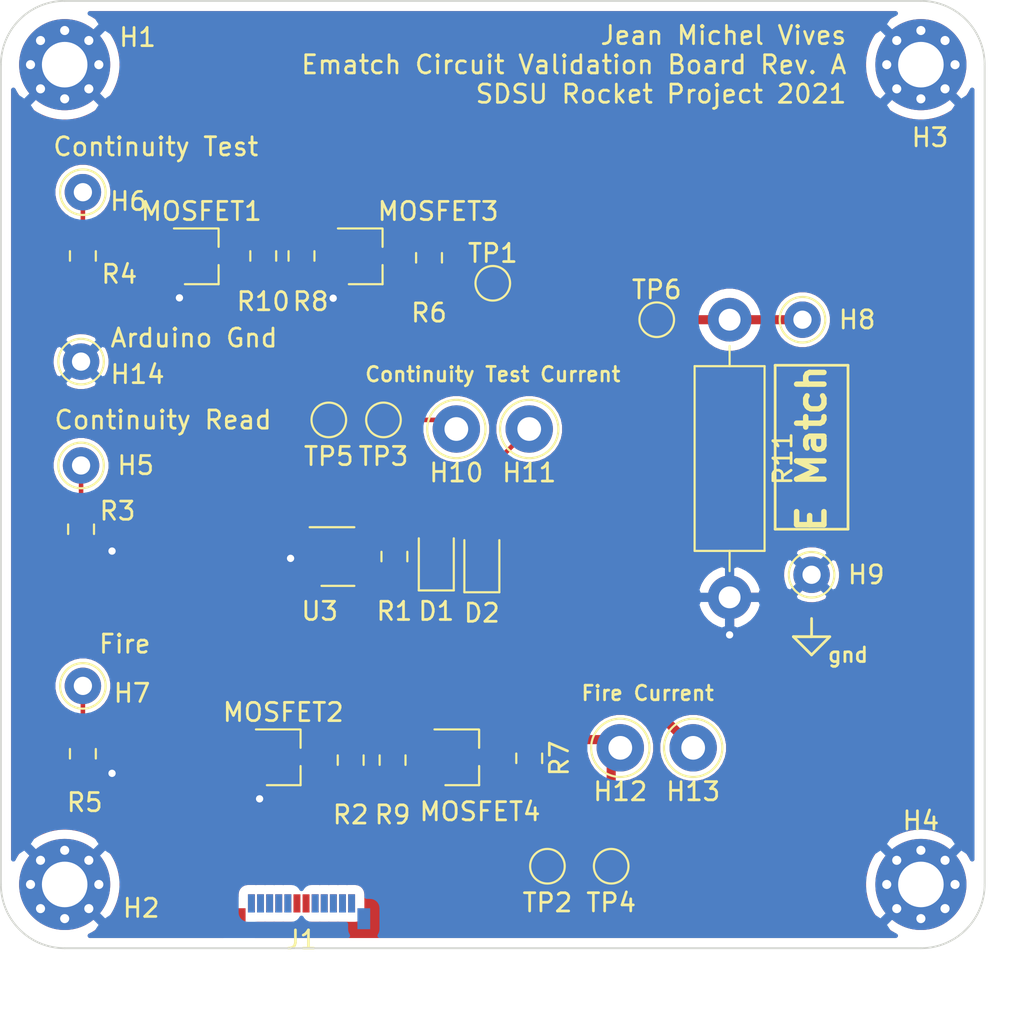
<source format=kicad_pcb>
(kicad_pcb (version 20171130) (host pcbnew "(5.1.9-0-10_14)")

  (general
    (thickness 1.6)
    (drawings 29)
    (tracks 85)
    (zones 0)
    (modules 39)
    (nets 17)
  )

  (page A4)
  (layers
    (0 F.Cu signal)
    (31 B.Cu power)
    (32 B.Adhes user)
    (33 F.Adhes user)
    (34 B.Paste user)
    (35 F.Paste user)
    (36 B.SilkS user)
    (37 F.SilkS user)
    (38 B.Mask user)
    (39 F.Mask user)
    (40 Dwgs.User user)
    (41 Cmts.User user)
    (42 Eco1.User user)
    (43 Eco2.User user)
    (44 Edge.Cuts user)
    (45 Margin user)
    (46 B.CrtYd user)
    (47 F.CrtYd user)
    (48 B.Fab user)
    (49 F.Fab user hide)
  )

  (setup
    (last_trace_width 0.5)
    (user_trace_width 0.5)
    (trace_clearance 0.2)
    (zone_clearance 0.508)
    (zone_45_only no)
    (trace_min 0.2)
    (via_size 0.8)
    (via_drill 0.4)
    (via_min_size 0.4)
    (via_min_drill 0.3)
    (uvia_size 0.3)
    (uvia_drill 0.1)
    (uvias_allowed no)
    (uvia_min_size 0.2)
    (uvia_min_drill 0.1)
    (edge_width 0.1)
    (segment_width 0.2)
    (pcb_text_width 0.3)
    (pcb_text_size 1.5 1.5)
    (mod_edge_width 0.15)
    (mod_text_size 1 1)
    (mod_text_width 0.15)
    (pad_size 1.524 1.524)
    (pad_drill 0.762)
    (pad_to_mask_clearance 0)
    (aux_axis_origin 0 0)
    (visible_elements FFFFEF7F)
    (pcbplotparams
      (layerselection 0x010fc_ffffffff)
      (usegerberextensions false)
      (usegerberattributes true)
      (usegerberadvancedattributes true)
      (creategerberjobfile true)
      (excludeedgelayer true)
      (linewidth 0.100000)
      (plotframeref false)
      (viasonmask false)
      (mode 1)
      (useauxorigin false)
      (hpglpennumber 1)
      (hpglpenspeed 20)
      (hpglpendiameter 15.000000)
      (psnegative false)
      (psa4output false)
      (plotreference true)
      (plotvalue true)
      (plotinvisibletext false)
      (padsonsilk false)
      (subtractmaskfromsilk false)
      (outputformat 1)
      (mirror false)
      (drillshape 1)
      (scaleselection 1)
      (outputdirectory ""))
  )

  (net 0 "")
  (net 1 "Net-(D1-Pad1)")
  (net 2 "Net-(D1-Pad2)")
  (net 3 "Net-(D2-Pad1)")
  (net 4 GND)
  (net 5 /Continuity_Read)
  (net 6 /Continuity_Test)
  (net 7 /Fire)
  (net 8 +12V)
  (net 9 "Net-(MOSFET1-Pad3)")
  (net 10 "Net-(MOSFET2-Pad3)")
  (net 11 "Net-(MOSFET3-Pad3)")
  (net 12 "Net-(MOSFET4-Pad3)")
  (net 13 "Net-(MOSFET4-Pad1)")
  (net 14 "Net-(MOSFET3-Pad1)")
  (net 15 "Net-(H10-Pad1)")
  (net 16 "Net-(H12-Pad1)")

  (net_class Default "This is the default net class."
    (clearance 0.2)
    (trace_width 0.25)
    (via_dia 0.8)
    (via_drill 0.4)
    (uvia_dia 0.3)
    (uvia_drill 0.1)
    (add_net +12V)
    (add_net /Continuity_Read)
    (add_net /Continuity_Test)
    (add_net /Fire)
    (add_net GND)
    (add_net "Net-(D1-Pad1)")
    (add_net "Net-(D1-Pad2)")
    (add_net "Net-(D2-Pad1)")
    (add_net "Net-(H10-Pad1)")
    (add_net "Net-(H12-Pad1)")
    (add_net "Net-(MOSFET1-Pad3)")
    (add_net "Net-(MOSFET2-Pad3)")
    (add_net "Net-(MOSFET3-Pad1)")
    (add_net "Net-(MOSFET3-Pad3)")
    (add_net "Net-(MOSFET4-Pad1)")
    (add_net "Net-(MOSFET4-Pad3)")
  )

  (module Connector_Pin:Pin_D1.0mm_L10.0mm (layer F.Cu) (tedit 5A1DC084) (tstamp 60F6B4BE)
    (at 107.9 67.3)
    (descr "solder Pin_ diameter 1.0mm, hole diameter 1.0mm (press fit), length 10.0mm")
    (tags "solder Pin_ press fit")
    (path /61023456)
    (fp_text reference H14 (at 3.1 0.7) (layer F.SilkS)
      (effects (font (size 1 1) (thickness 0.15)))
    )
    (fp_text value MountingHole_Pad (at 0 -2.05) (layer F.Fab)
      (effects (font (size 1 1) (thickness 0.15)))
    )
    (fp_text user %R (at 0 2.25) (layer F.Fab)
      (effects (font (size 1 1) (thickness 0.15)))
    )
    (fp_circle (center 0 0) (end 1.5 0) (layer F.CrtYd) (width 0.05))
    (fp_circle (center 0 0) (end 0.5 0) (layer F.Fab) (width 0.12))
    (fp_circle (center 0 0) (end 1 0) (layer F.Fab) (width 0.12))
    (fp_circle (center 0 0) (end 1.25 0.05) (layer F.SilkS) (width 0.12))
    (pad 1 thru_hole circle (at 0 0) (size 2 2) (drill 1) (layers *.Cu *.Mask)
      (net 4 GND))
    (model ${KISYS3DMOD}/Connector_Pin.3dshapes/Pin_D1.0mm_L10.0mm.wrl
      (at (xyz 0 0 0))
      (scale (xyz 1 1 1))
      (rotate (xyz 0 0 0))
    )
  )

  (module Connector_USB:USB_C_Plug_Molex_105444 (layer F.Cu) (tedit 5A142044) (tstamp 60F6A6BC)
    (at 120 97)
    (descr "Universal Serial Bus (USB) Shielded I/O Plug, Type C, Right Angle, Surface Mount, http://www.molex.com/pdm_docs/sd/1054440001_sd.pdf")
    (tags "USB Type-C Plug Edge Mount")
    (path /610021F8)
    (attr smd)
    (fp_text reference J1 (at 0 2.04) (layer F.SilkS)
      (effects (font (size 1 1) (thickness 0.15)))
    )
    (fp_text value Conn_01x02_Female (at 0 -1.96) (layer F.Fab)
      (effects (font (size 1 1) (thickness 0.15)))
    )
    (fp_arc (start -3.35 -0.3) (end -3.05 -0.3) (angle 90) (layer F.Fab) (width 0.1))
    (fp_arc (start 3.35 -0.3) (end 3.35 0) (angle 90) (layer F.Fab) (width 0.1))
    (fp_arc (start -2.75 -0.66) (end -3.05 -0.66) (angle 90) (layer F.Fab) (width 0.1))
    (fp_arc (start 2.75 -0.66) (end 2.75 -0.96) (angle 90) (layer F.Fab) (width 0.1))
    (fp_text user "PCB Edge" (at 0 -0.96) (layer Dwgs.User)
      (effects (font (size 0.5 0.5) (thickness 0.08)))
    )
    (fp_text user %R (at 0 2.04) (layer F.Fab)
      (effects (font (size 1 1) (thickness 0.1)))
    )
    (fp_line (start -4.3 1.96) (end -4.3 -1.46) (layer F.CrtYd) (width 0.05))
    (fp_line (start 3.35 0) (end 4.3 0) (layer F.Fab) (width 0.1))
    (fp_line (start 3.05 -0.66) (end 3.05 -0.3) (layer F.Fab) (width 0.1))
    (fp_line (start -2.75 -0.96) (end 2.75 -0.96) (layer F.Fab) (width 0.1))
    (fp_line (start -3.05 -0.66) (end -3.05 -0.3) (layer F.Fab) (width 0.1))
    (fp_line (start -3.35 0) (end -4.3 0) (layer F.Fab) (width 0.1))
    (fp_line (start 4.3 1.96) (end 4.3 -1.46) (layer F.CrtYd) (width 0.05))
    (fp_line (start 4.3 -1.46) (end -4.3 -1.46) (layer F.CrtYd) (width 0.05))
    (fp_line (start 4.3 1.96) (end -4.3 1.96) (layer F.CrtYd) (width 0.05))
    (pad B12 smd rect (at -2.75 0.04) (size 0.38 1) (layers B.Cu B.Paste B.Mask))
    (pad B11 smd rect (at -2.25 0.04) (size 0.38 1) (layers B.Cu B.Paste B.Mask))
    (pad B10 smd rect (at -1.75 0.04) (size 0.38 1) (layers B.Cu B.Paste B.Mask))
    (pad B9 smd rect (at -1.25 0.04) (size 0.38 1) (layers B.Cu B.Paste B.Mask))
    (pad B8 smd rect (at -0.75 0.04) (size 0.38 1) (layers B.Cu B.Paste B.Mask))
    (pad B5 smd rect (at 0.75 0.04) (size 0.38 1) (layers B.Cu B.Paste B.Mask))
    (pad B4 smd rect (at 1.25 0.04) (size 0.38 1) (layers B.Cu B.Paste B.Mask))
    (pad B3 smd rect (at 1.75 0.04) (size 0.38 1) (layers B.Cu B.Paste B.Mask))
    (pad B2 smd rect (at 2.25 0.04) (size 0.38 1) (layers B.Cu B.Paste B.Mask))
    (pad B1 smd rect (at 2.75 0.04) (size 0.38 1) (layers B.Cu B.Paste B.Mask))
    (pad S1 smd rect (at 3.42 0.88) (size 0.7 1.15) (layers B.Cu B.Paste B.Mask))
    (pad S1 smd rect (at -3.42 0.88) (size 0.7 1.15) (layers F.Cu F.Paste F.Mask))
    (pad A12 smd rect (at 2.75 0.04) (size 0.38 1) (layers F.Cu F.Paste F.Mask))
    (pad A11 smd rect (at 2.25 0.04) (size 0.38 1) (layers F.Cu F.Paste F.Mask))
    (pad A10 smd rect (at 1.75 0.04) (size 0.38 1) (layers F.Cu F.Paste F.Mask))
    (pad A9 smd rect (at 1.25 0.04) (size 0.38 1) (layers F.Cu F.Paste F.Mask))
    (pad A8 smd rect (at 0.75 0.04) (size 0.38 1) (layers F.Cu F.Paste F.Mask))
    (pad A7 smd rect (at 0.25 0.04) (size 0.38 1) (layers F.Cu F.Paste F.Mask))
    (pad A6 smd rect (at -0.25 0.04) (size 0.38 1) (layers F.Cu F.Paste F.Mask))
    (pad A5 smd rect (at -0.75 0.04) (size 0.38 1) (layers F.Cu F.Paste F.Mask))
    (pad A4 smd rect (at -1.25 0.04) (size 0.38 1) (layers F.Cu F.Paste F.Mask))
    (pad A3 smd rect (at -1.75 0.04) (size 0.38 1) (layers F.Cu F.Paste F.Mask))
    (pad A2 smd rect (at -2.25 0.04) (size 0.38 1) (layers F.Cu F.Paste F.Mask))
    (pad A1 smd rect (at -2.75 0.04) (size 0.38 1) (layers F.Cu F.Paste F.Mask))
    (model ${KISYS3DMOD}/Connector_USB.3dshapes/USB_C_Plug_Molex_105444.wrl
      (at (xyz 0 0 0))
      (scale (xyz 1 1 1))
      (rotate (xyz 0 0 0))
    )
  )

  (module Resistor_THT:R_Axial_DIN0411_L9.9mm_D3.6mm_P15.24mm_Horizontal (layer F.Cu) (tedit 5AE5139B) (tstamp 60F677E4)
    (at 143.5 65 270)
    (descr "Resistor, Axial_DIN0411 series, Axial, Horizontal, pin pitch=15.24mm, 1W, length*diameter=9.9*3.6mm^2")
    (tags "Resistor Axial_DIN0411 series Axial Horizontal pin pitch 15.24mm 1W length 9.9mm diameter 3.6mm")
    (path /60FD2586)
    (fp_text reference R11 (at 7.62 -2.92 90) (layer F.SilkS)
      (effects (font (size 1 1) (thickness 0.15)))
    )
    (fp_text value R (at 7.62 2.92 90) (layer F.Fab)
      (effects (font (size 1 1) (thickness 0.15)))
    )
    (fp_text user %R (at 7.62 0 90) (layer F.Fab)
      (effects (font (size 1 1) (thickness 0.15)))
    )
    (fp_line (start 2.67 -1.8) (end 2.67 1.8) (layer F.Fab) (width 0.1))
    (fp_line (start 2.67 1.8) (end 12.57 1.8) (layer F.Fab) (width 0.1))
    (fp_line (start 12.57 1.8) (end 12.57 -1.8) (layer F.Fab) (width 0.1))
    (fp_line (start 12.57 -1.8) (end 2.67 -1.8) (layer F.Fab) (width 0.1))
    (fp_line (start 0 0) (end 2.67 0) (layer F.Fab) (width 0.1))
    (fp_line (start 15.24 0) (end 12.57 0) (layer F.Fab) (width 0.1))
    (fp_line (start 2.55 -1.92) (end 2.55 1.92) (layer F.SilkS) (width 0.12))
    (fp_line (start 2.55 1.92) (end 12.69 1.92) (layer F.SilkS) (width 0.12))
    (fp_line (start 12.69 1.92) (end 12.69 -1.92) (layer F.SilkS) (width 0.12))
    (fp_line (start 12.69 -1.92) (end 2.55 -1.92) (layer F.SilkS) (width 0.12))
    (fp_line (start 1.44 0) (end 2.55 0) (layer F.SilkS) (width 0.12))
    (fp_line (start 13.8 0) (end 12.69 0) (layer F.SilkS) (width 0.12))
    (fp_line (start -1.45 -2.05) (end -1.45 2.05) (layer F.CrtYd) (width 0.05))
    (fp_line (start -1.45 2.05) (end 16.69 2.05) (layer F.CrtYd) (width 0.05))
    (fp_line (start 16.69 2.05) (end 16.69 -2.05) (layer F.CrtYd) (width 0.05))
    (fp_line (start 16.69 -2.05) (end -1.45 -2.05) (layer F.CrtYd) (width 0.05))
    (pad 2 thru_hole oval (at 15.24 0 270) (size 2.4 2.4) (drill 1.2) (layers *.Cu *.Mask)
      (net 4 GND))
    (pad 1 thru_hole circle (at 0 0 270) (size 2.4 2.4) (drill 1.2) (layers *.Cu *.Mask)
      (net 1 "Net-(D1-Pad1)"))
    (model ${KISYS3DMOD}/Resistor_THT.3dshapes/R_Axial_DIN0411_L9.9mm_D3.6mm_P15.24mm_Horizontal.wrl
      (at (xyz 0 0 0))
      (scale (xyz 1 1 1))
      (rotate (xyz 0 0 0))
    )
  )

  (module TestPoint:TestPoint_Pad_D1.5mm (layer F.Cu) (tedit 5A0F774F) (tstamp 60F644C4)
    (at 139.5 65)
    (descr "SMD pad as test Point, diameter 1.5mm")
    (tags "test point SMD pad")
    (path /60F85E65)
    (attr virtual)
    (fp_text reference TP6 (at 0 -1.648) (layer F.SilkS)
      (effects (font (size 1 1) (thickness 0.15)))
    )
    (fp_text value TestPoint (at 0 1.75) (layer F.Fab)
      (effects (font (size 1 1) (thickness 0.15)))
    )
    (fp_text user %R (at 0 -1.65) (layer F.Fab)
      (effects (font (size 1 1) (thickness 0.15)))
    )
    (fp_circle (center 0 0) (end 1.25 0) (layer F.CrtYd) (width 0.05))
    (fp_circle (center 0 0) (end 0 0.95) (layer F.SilkS) (width 0.12))
    (pad 1 smd circle (at 0 0) (size 1.5 1.5) (layers F.Cu F.Mask)
      (net 1 "Net-(D1-Pad1)"))
  )

  (module TestPoint:TestPoint_Pad_D1.5mm (layer F.Cu) (tedit 5A0F774F) (tstamp 60F644B6)
    (at 121.5 70.5)
    (descr "SMD pad as test Point, diameter 1.5mm")
    (tags "test point SMD pad")
    (path /60F84E36)
    (attr virtual)
    (fp_text reference TP5 (at 0 2) (layer F.SilkS)
      (effects (font (size 1 1) (thickness 0.15)))
    )
    (fp_text value TestPoint (at 0 1.75) (layer F.Fab)
      (effects (font (size 1 1) (thickness 0.15)))
    )
    (fp_text user %R (at 0 -1.65) (layer F.Fab)
      (effects (font (size 1 1) (thickness 0.15)))
    )
    (fp_circle (center 0 0) (end 1.25 0) (layer F.CrtYd) (width 0.05))
    (fp_circle (center 0 0) (end 0 0.95) (layer F.SilkS) (width 0.12))
    (pad 1 smd circle (at 0 0) (size 1.5 1.5) (layers F.Cu F.Mask)
      (net 2 "Net-(D1-Pad2)"))
  )

  (module TestPoint:TestPoint_Pad_D1.5mm (layer F.Cu) (tedit 5A0F774F) (tstamp 60F644A8)
    (at 137 95)
    (descr "SMD pad as test Point, diameter 1.5mm")
    (tags "test point SMD pad")
    (path /60F9B8E6)
    (attr virtual)
    (fp_text reference TP4 (at 0 2) (layer F.SilkS)
      (effects (font (size 1 1) (thickness 0.15)))
    )
    (fp_text value TestPoint (at 0 1.75) (layer F.Fab)
      (effects (font (size 1 1) (thickness 0.15)))
    )
    (fp_text user %R (at 0 -1.65) (layer F.Fab)
      (effects (font (size 1 1) (thickness 0.15)))
    )
    (fp_circle (center 0 0) (end 1.25 0) (layer F.CrtYd) (width 0.05))
    (fp_circle (center 0 0) (end 0 0.95) (layer F.SilkS) (width 0.12))
    (pad 1 smd circle (at 0 0) (size 1.5 1.5) (layers F.Cu F.Mask)
      (net 16 "Net-(H12-Pad1)"))
  )

  (module TestPoint:TestPoint_Pad_D1.5mm (layer F.Cu) (tedit 5A0F774F) (tstamp 60F6449A)
    (at 124.5 70.5)
    (descr "SMD pad as test Point, diameter 1.5mm")
    (tags "test point SMD pad")
    (path /60F73E80)
    (attr virtual)
    (fp_text reference TP3 (at 0 2) (layer F.SilkS)
      (effects (font (size 1 1) (thickness 0.15)))
    )
    (fp_text value TestPoint (at 0 1.75) (layer F.Fab)
      (effects (font (size 1 1) (thickness 0.15)))
    )
    (fp_text user %R (at 0 -1.65) (layer F.Fab)
      (effects (font (size 1 1) (thickness 0.15)))
    )
    (fp_circle (center 0 0) (end 1.25 0) (layer F.CrtYd) (width 0.05))
    (fp_circle (center 0 0) (end 0 0.95) (layer F.SilkS) (width 0.12))
    (pad 1 smd circle (at 0 0) (size 1.5 1.5) (layers F.Cu F.Mask)
      (net 15 "Net-(H10-Pad1)"))
  )

  (module TestPoint:TestPoint_Pad_D1.5mm (layer F.Cu) (tedit 5A0F774F) (tstamp 60F6448C)
    (at 133.5 95)
    (descr "SMD pad as test Point, diameter 1.5mm")
    (tags "test point SMD pad")
    (path /60F9B8FC)
    (attr virtual)
    (fp_text reference TP2 (at 0 2) (layer F.SilkS)
      (effects (font (size 1 1) (thickness 0.15)))
    )
    (fp_text value TestPoint (at 0 1.75) (layer F.Fab)
      (effects (font (size 1 1) (thickness 0.15)))
    )
    (fp_text user %R (at 0 -1.65) (layer F.Fab)
      (effects (font (size 1 1) (thickness 0.15)))
    )
    (fp_circle (center 0 0) (end 1.25 0) (layer F.CrtYd) (width 0.05))
    (fp_circle (center 0 0) (end 0 0.95) (layer F.SilkS) (width 0.12))
    (pad 1 smd circle (at 0 0) (size 1.5 1.5) (layers F.Cu F.Mask)
      (net 12 "Net-(MOSFET4-Pad3)"))
  )

  (module TestPoint:TestPoint_Pad_D1.5mm (layer F.Cu) (tedit 5A0F774F) (tstamp 60F6447E)
    (at 130.5 63)
    (descr "SMD pad as test Point, diameter 1.5mm")
    (tags "test point SMD pad")
    (path /60F6E759)
    (attr virtual)
    (fp_text reference TP1 (at 0 -1.648) (layer F.SilkS)
      (effects (font (size 1 1) (thickness 0.15)))
    )
    (fp_text value TestPoint (at 0 1.75) (layer F.Fab)
      (effects (font (size 1 1) (thickness 0.15)))
    )
    (fp_text user %R (at 0 -1.65) (layer F.Fab)
      (effects (font (size 1 1) (thickness 0.15)))
    )
    (fp_circle (center 0 0) (end 1.25 0) (layer F.CrtYd) (width 0.05))
    (fp_circle (center 0 0) (end 0 0.95) (layer F.SilkS) (width 0.12))
    (pad 1 smd circle (at 0 0) (size 1.5 1.5) (layers F.Cu F.Mask)
      (net 11 "Net-(MOSFET3-Pad3)"))
  )

  (module Resistor_SMD:R_0805_2012Metric_Pad1.15x1.40mm_HandSolder (layer F.Cu) (tedit 5B36C52B) (tstamp 60F64410)
    (at 132.5 89.075 270)
    (descr "Resistor SMD 0805 (2012 Metric), square (rectangular) end terminal, IPC_7351 nominal with elongated pad for handsoldering. (Body size source: https://docs.google.com/spreadsheets/d/1BsfQQcO9C6DZCsRaXUlFlo91Tg2WpOkGARC1WS5S8t0/edit?usp=sharing), generated with kicad-footprint-generator")
    (tags "resistor handsolder")
    (path /60F9B8E0)
    (attr smd)
    (fp_text reference R7 (at 0 -1.65 90) (layer F.SilkS)
      (effects (font (size 1 1) (thickness 0.15)))
    )
    (fp_text value 10R (at 0 1.65 90) (layer F.Fab)
      (effects (font (size 1 1) (thickness 0.15)))
    )
    (fp_text user %R (at 0 0 90) (layer F.Fab)
      (effects (font (size 0.5 0.5) (thickness 0.08)))
    )
    (fp_line (start -1 0.6) (end -1 -0.6) (layer F.Fab) (width 0.1))
    (fp_line (start -1 -0.6) (end 1 -0.6) (layer F.Fab) (width 0.1))
    (fp_line (start 1 -0.6) (end 1 0.6) (layer F.Fab) (width 0.1))
    (fp_line (start 1 0.6) (end -1 0.6) (layer F.Fab) (width 0.1))
    (fp_line (start -0.261252 -0.71) (end 0.261252 -0.71) (layer F.SilkS) (width 0.12))
    (fp_line (start -0.261252 0.71) (end 0.261252 0.71) (layer F.SilkS) (width 0.12))
    (fp_line (start -1.85 0.95) (end -1.85 -0.95) (layer F.CrtYd) (width 0.05))
    (fp_line (start -1.85 -0.95) (end 1.85 -0.95) (layer F.CrtYd) (width 0.05))
    (fp_line (start 1.85 -0.95) (end 1.85 0.95) (layer F.CrtYd) (width 0.05))
    (fp_line (start 1.85 0.95) (end -1.85 0.95) (layer F.CrtYd) (width 0.05))
    (pad 2 smd roundrect (at 1.025 0 270) (size 1.15 1.4) (layers F.Cu F.Paste F.Mask) (roundrect_rratio 0.217391)
      (net 12 "Net-(MOSFET4-Pad3)"))
    (pad 1 smd roundrect (at -1.025 0 270) (size 1.15 1.4) (layers F.Cu F.Paste F.Mask) (roundrect_rratio 0.217391)
      (net 16 "Net-(H12-Pad1)"))
    (model ${KISYS3DMOD}/Resistor_SMD.3dshapes/R_0805_2012Metric.wrl
      (at (xyz 0 0 0))
      (scale (xyz 1 1 1))
      (rotate (xyz 0 0 0))
    )
  )

  (module Connector_Pin:Pin_D1.3mm_L11.0mm (layer F.Cu) (tedit 5A1DC085) (tstamp 60F6429F)
    (at 141.5 88.5)
    (descr "solder Pin_ diameter 1.3mm, hole diameter 1.3mm, length 11.0mm")
    (tags "solder Pin_ pressfit")
    (path /60F9B8F5)
    (fp_text reference H13 (at 0 2.4) (layer F.SilkS)
      (effects (font (size 1 1) (thickness 0.15)))
    )
    (fp_text value MountingHole_Pad (at 0 -2.05) (layer F.Fab)
      (effects (font (size 1 1) (thickness 0.15)))
    )
    (fp_text user %R (at 0 2.4) (layer F.Fab)
      (effects (font (size 1 1) (thickness 0.15)))
    )
    (fp_circle (center 0 0) (end 1.8 0) (layer F.CrtYd) (width 0.05))
    (fp_circle (center 0 0) (end 0.65 -0.05) (layer F.Fab) (width 0.12))
    (fp_circle (center 0 0) (end 1.25 -0.05) (layer F.Fab) (width 0.12))
    (fp_circle (center 0 0) (end 1.6 0.05) (layer F.SilkS) (width 0.12))
    (pad 1 thru_hole circle (at 0 0) (size 2.6 2.6) (drill 1.3) (layers *.Cu *.Mask)
      (net 3 "Net-(D2-Pad1)"))
    (model ${KISYS3DMOD}/Connector_Pin.3dshapes/Pin_D1.3mm_L11.0mm.wrl
      (at (xyz 0 0 0))
      (scale (xyz 1 1 1))
      (rotate (xyz 0 0 0))
    )
  )

  (module Connector_Pin:Pin_D1.3mm_L11.0mm (layer F.Cu) (tedit 5A1DC085) (tstamp 60F64295)
    (at 137.5 88.5)
    (descr "solder Pin_ diameter 1.3mm, hole diameter 1.3mm, length 11.0mm")
    (tags "solder Pin_ pressfit")
    (path /60F9B8EF)
    (fp_text reference H12 (at 0 2.4) (layer F.SilkS)
      (effects (font (size 1 1) (thickness 0.15)))
    )
    (fp_text value MountingHole_Pad (at 0 -2.05) (layer F.Fab)
      (effects (font (size 1 1) (thickness 0.15)))
    )
    (fp_text user %R (at 0 2.4) (layer F.Fab)
      (effects (font (size 1 1) (thickness 0.15)))
    )
    (fp_circle (center 0 0) (end 1.8 0) (layer F.CrtYd) (width 0.05))
    (fp_circle (center 0 0) (end 0.65 -0.05) (layer F.Fab) (width 0.12))
    (fp_circle (center 0 0) (end 1.25 -0.05) (layer F.Fab) (width 0.12))
    (fp_circle (center 0 0) (end 1.6 0.05) (layer F.SilkS) (width 0.12))
    (pad 1 thru_hole circle (at 0 0) (size 2.6 2.6) (drill 1.3) (layers *.Cu *.Mask)
      (net 16 "Net-(H12-Pad1)"))
    (model ${KISYS3DMOD}/Connector_Pin.3dshapes/Pin_D1.3mm_L11.0mm.wrl
      (at (xyz 0 0 0))
      (scale (xyz 1 1 1))
      (rotate (xyz 0 0 0))
    )
  )

  (module Connector_Pin:Pin_D1.3mm_L11.0mm (layer F.Cu) (tedit 5A1DC085) (tstamp 60F6428B)
    (at 132.5 71)
    (descr "solder Pin_ diameter 1.3mm, hole diameter 1.3mm, length 11.0mm")
    (tags "solder Pin_ pressfit")
    (path /60F912D9)
    (fp_text reference H11 (at 0 2.4) (layer F.SilkS)
      (effects (font (size 1 1) (thickness 0.15)))
    )
    (fp_text value MountingHole_Pad (at 0 -2.05) (layer F.Fab)
      (effects (font (size 1 1) (thickness 0.15)))
    )
    (fp_text user %R (at 0 2.4) (layer F.Fab)
      (effects (font (size 1 1) (thickness 0.15)))
    )
    (fp_circle (center 0 0) (end 1.8 0) (layer F.CrtYd) (width 0.05))
    (fp_circle (center 0 0) (end 0.65 -0.05) (layer F.Fab) (width 0.12))
    (fp_circle (center 0 0) (end 1.25 -0.05) (layer F.Fab) (width 0.12))
    (fp_circle (center 0 0) (end 1.6 0.05) (layer F.SilkS) (width 0.12))
    (pad 1 thru_hole circle (at 0 0) (size 2.6 2.6) (drill 1.3) (layers *.Cu *.Mask)
      (net 2 "Net-(D1-Pad2)"))
    (model ${KISYS3DMOD}/Connector_Pin.3dshapes/Pin_D1.3mm_L11.0mm.wrl
      (at (xyz 0 0 0))
      (scale (xyz 1 1 1))
      (rotate (xyz 0 0 0))
    )
  )

  (module Connector_Pin:Pin_D1.3mm_L11.0mm (layer F.Cu) (tedit 5A1DC085) (tstamp 60F64281)
    (at 128.5 71)
    (descr "solder Pin_ diameter 1.3mm, hole diameter 1.3mm, length 11.0mm")
    (tags "solder Pin_ pressfit")
    (path /60F909F5)
    (fp_text reference H10 (at 0 2.4) (layer F.SilkS)
      (effects (font (size 1 1) (thickness 0.15)))
    )
    (fp_text value MountingHole_Pad (at 0 -2.05) (layer F.Fab)
      (effects (font (size 1 1) (thickness 0.15)))
    )
    (fp_text user %R (at 0 2.4) (layer F.Fab)
      (effects (font (size 1 1) (thickness 0.15)))
    )
    (fp_circle (center 0 0) (end 1.8 0) (layer F.CrtYd) (width 0.05))
    (fp_circle (center 0 0) (end 0.65 -0.05) (layer F.Fab) (width 0.12))
    (fp_circle (center 0 0) (end 1.25 -0.05) (layer F.Fab) (width 0.12))
    (fp_circle (center 0 0) (end 1.6 0.05) (layer F.SilkS) (width 0.12))
    (pad 1 thru_hole circle (at 0 0) (size 2.6 2.6) (drill 1.3) (layers *.Cu *.Mask)
      (net 15 "Net-(H10-Pad1)"))
    (model ${KISYS3DMOD}/Connector_Pin.3dshapes/Pin_D1.3mm_L11.0mm.wrl
      (at (xyz 0 0 0))
      (scale (xyz 1 1 1))
      (rotate (xyz 0 0 0))
    )
  )

  (module Connector_Pin:Pin_D1.0mm_L10.0mm (layer F.Cu) (tedit 5A1DC084) (tstamp 60F6889E)
    (at 148 79)
    (descr "solder Pin_ diameter 1.0mm, hole diameter 1.0mm (press fit), length 10.0mm")
    (tags "solder Pin_ press fit")
    (path /60F7B911)
    (fp_text reference H9 (at 3 0) (layer F.SilkS)
      (effects (font (size 1 1) (thickness 0.15)))
    )
    (fp_text value MountingHole_Pad (at 0 -2.05) (layer F.Fab)
      (effects (font (size 1 1) (thickness 0.15)))
    )
    (fp_text user %R (at 0 2.25) (layer F.Fab)
      (effects (font (size 1 1) (thickness 0.15)))
    )
    (fp_circle (center 0 0) (end 1.5 0) (layer F.CrtYd) (width 0.05))
    (fp_circle (center 0 0) (end 0.5 0) (layer F.Fab) (width 0.12))
    (fp_circle (center 0 0) (end 1 0) (layer F.Fab) (width 0.12))
    (fp_circle (center 0 0) (end 1.25 0.05) (layer F.SilkS) (width 0.12))
    (pad 1 thru_hole circle (at 0 0) (size 2 2) (drill 1) (layers *.Cu *.Mask)
      (net 4 GND))
    (model ${KISYS3DMOD}/Connector_Pin.3dshapes/Pin_D1.0mm_L10.0mm.wrl
      (at (xyz 0 0 0))
      (scale (xyz 1 1 1))
      (rotate (xyz 0 0 0))
    )
  )

  (module Connector_Pin:Pin_D1.0mm_L10.0mm (layer F.Cu) (tedit 5A1DC084) (tstamp 60F6734A)
    (at 108 85.1)
    (descr "solder Pin_ diameter 1.0mm, hole diameter 1.0mm (press fit), length 10.0mm")
    (tags "solder Pin_ press fit")
    (path /60F87A79)
    (fp_text reference H7 (at 2.7 0.4) (layer F.SilkS)
      (effects (font (size 1 1) (thickness 0.15)))
    )
    (fp_text value MountingHole_Pad (at 0 -2.05) (layer F.Fab)
      (effects (font (size 1 1) (thickness 0.15)))
    )
    (fp_text user %R (at 0 2.25) (layer F.Fab)
      (effects (font (size 1 1) (thickness 0.15)))
    )
    (fp_circle (center 0 0) (end 1.5 0) (layer F.CrtYd) (width 0.05))
    (fp_circle (center 0 0) (end 0.5 0) (layer F.Fab) (width 0.12))
    (fp_circle (center 0 0) (end 1 0) (layer F.Fab) (width 0.12))
    (fp_circle (center 0 0) (end 1.25 0.05) (layer F.SilkS) (width 0.12))
    (pad 1 thru_hole circle (at 0 0) (size 2 2) (drill 1) (layers *.Cu *.Mask)
      (net 7 /Fire))
    (model ${KISYS3DMOD}/Connector_Pin.3dshapes/Pin_D1.0mm_L10.0mm.wrl
      (at (xyz 0 0 0))
      (scale (xyz 1 1 1))
      (rotate (xyz 0 0 0))
    )
  )

  (module Connector_Pin:Pin_D1.0mm_L10.0mm (layer F.Cu) (tedit 5A1DC084) (tstamp 60F6733C)
    (at 108 58)
    (descr "solder Pin_ diameter 1.0mm, hole diameter 1.0mm (press fit), length 10.0mm")
    (tags "solder Pin_ press fit")
    (path /60F86FB1)
    (fp_text reference H6 (at 2.5 0.5) (layer F.SilkS)
      (effects (font (size 1 1) (thickness 0.15)))
    )
    (fp_text value MountingHole_Pad (at 0 -2.05) (layer F.Fab)
      (effects (font (size 1 1) (thickness 0.15)))
    )
    (fp_text user %R (at 0 2.25) (layer F.Fab)
      (effects (font (size 1 1) (thickness 0.15)))
    )
    (fp_circle (center 0 0) (end 1.5 0) (layer F.CrtYd) (width 0.05))
    (fp_circle (center 0 0) (end 0.5 0) (layer F.Fab) (width 0.12))
    (fp_circle (center 0 0) (end 1 0) (layer F.Fab) (width 0.12))
    (fp_circle (center 0 0) (end 1.25 0.05) (layer F.SilkS) (width 0.12))
    (pad 1 thru_hole circle (at 0 0) (size 2 2) (drill 1) (layers *.Cu *.Mask)
      (net 6 /Continuity_Test))
    (model ${KISYS3DMOD}/Connector_Pin.3dshapes/Pin_D1.0mm_L10.0mm.wrl
      (at (xyz 0 0 0))
      (scale (xyz 1 1 1))
      (rotate (xyz 0 0 0))
    )
  )

  (module Connector_Pin:Pin_D1.0mm_L10.0mm (layer F.Cu) (tedit 5A1DC084) (tstamp 60F6732E)
    (at 107.9 73)
    (descr "solder Pin_ diameter 1.0mm, hole diameter 1.0mm (press fit), length 10.0mm")
    (tags "solder Pin_ press fit")
    (path /60F864D5)
    (fp_text reference H5 (at 3 0) (layer F.SilkS)
      (effects (font (size 1 1) (thickness 0.15)))
    )
    (fp_text value MountingHole_Pad (at 0 -2.05) (layer F.Fab)
      (effects (font (size 1 1) (thickness 0.15)))
    )
    (fp_text user %R (at 0 2.25) (layer F.Fab)
      (effects (font (size 1 1) (thickness 0.15)))
    )
    (fp_circle (center 0 0) (end 1.5 0) (layer F.CrtYd) (width 0.05))
    (fp_circle (center 0 0) (end 0.5 0) (layer F.Fab) (width 0.12))
    (fp_circle (center 0 0) (end 1 0) (layer F.Fab) (width 0.12))
    (fp_circle (center 0 0) (end 1.25 0.05) (layer F.SilkS) (width 0.12))
    (pad 1 thru_hole circle (at 0 0) (size 2 2) (drill 1) (layers *.Cu *.Mask)
      (net 5 /Continuity_Read))
    (model ${KISYS3DMOD}/Connector_Pin.3dshapes/Pin_D1.0mm_L10.0mm.wrl
      (at (xyz 0 0 0))
      (scale (xyz 1 1 1))
      (rotate (xyz 0 0 0))
    )
  )

  (module Connector_Pin:Pin_D1.0mm_L10.0mm (layer F.Cu) (tedit 5A1DC084) (tstamp 60F68896)
    (at 147.5 65)
    (descr "solder Pin_ diameter 1.0mm, hole diameter 1.0mm (press fit), length 10.0mm")
    (tags "solder Pin_ press fit")
    (path /60F7A5F6)
    (fp_text reference H8 (at 3 0) (layer F.SilkS)
      (effects (font (size 1 1) (thickness 0.15)))
    )
    (fp_text value MountingHole_Pad (at 0 -2.05) (layer F.Fab)
      (effects (font (size 1 1) (thickness 0.15)))
    )
    (fp_text user %R (at 0 2.25) (layer F.Fab)
      (effects (font (size 1 1) (thickness 0.15)))
    )
    (fp_circle (center 0 0) (end 1.5 0) (layer F.CrtYd) (width 0.05))
    (fp_circle (center 0 0) (end 0.5 0) (layer F.Fab) (width 0.12))
    (fp_circle (center 0 0) (end 1 0) (layer F.Fab) (width 0.12))
    (fp_circle (center 0 0) (end 1.25 0.05) (layer F.SilkS) (width 0.12))
    (pad 1 thru_hole circle (at 0 0) (size 2 2) (drill 1) (layers *.Cu *.Mask)
      (net 1 "Net-(D1-Pad1)"))
    (model ${KISYS3DMOD}/Connector_Pin.3dshapes/Pin_D1.0mm_L10.0mm.wrl
      (at (xyz 0 0 0))
      (scale (xyz 1 1 1))
      (rotate (xyz 0 0 0))
    )
  )

  (module Resistor_SMD:R_0805_2012Metric_Pad1.15x1.40mm_HandSolder (layer F.Cu) (tedit 5B36C52B) (tstamp 60F6C2D8)
    (at 117.9 61.5 270)
    (descr "Resistor SMD 0805 (2012 Metric), square (rectangular) end terminal, IPC_7351 nominal with elongated pad for handsoldering. (Body size source: https://docs.google.com/spreadsheets/d/1BsfQQcO9C6DZCsRaXUlFlo91Tg2WpOkGARC1WS5S8t0/edit?usp=sharing), generated with kicad-footprint-generator")
    (tags "resistor handsolder")
    (path /60F98829)
    (attr smd)
    (fp_text reference R10 (at 2.5 0 180) (layer F.SilkS)
      (effects (font (size 1 1) (thickness 0.15)))
    )
    (fp_text value 1k (at 0 1.65 90) (layer F.Fab)
      (effects (font (size 1 1) (thickness 0.15)))
    )
    (fp_line (start 1.85 0.95) (end -1.85 0.95) (layer F.CrtYd) (width 0.05))
    (fp_line (start 1.85 -0.95) (end 1.85 0.95) (layer F.CrtYd) (width 0.05))
    (fp_line (start -1.85 -0.95) (end 1.85 -0.95) (layer F.CrtYd) (width 0.05))
    (fp_line (start -1.85 0.95) (end -1.85 -0.95) (layer F.CrtYd) (width 0.05))
    (fp_line (start -0.261252 0.71) (end 0.261252 0.71) (layer F.SilkS) (width 0.12))
    (fp_line (start -0.261252 -0.71) (end 0.261252 -0.71) (layer F.SilkS) (width 0.12))
    (fp_line (start 1 0.6) (end -1 0.6) (layer F.Fab) (width 0.1))
    (fp_line (start 1 -0.6) (end 1 0.6) (layer F.Fab) (width 0.1))
    (fp_line (start -1 -0.6) (end 1 -0.6) (layer F.Fab) (width 0.1))
    (fp_line (start -1 0.6) (end -1 -0.6) (layer F.Fab) (width 0.1))
    (fp_text user %R (at 0 0 90) (layer F.Fab)
      (effects (font (size 0.5 0.5) (thickness 0.08)))
    )
    (pad 2 smd roundrect (at 1.025 0 270) (size 1.15 1.4) (layers F.Cu F.Paste F.Mask) (roundrect_rratio 0.217391)
      (net 9 "Net-(MOSFET1-Pad3)"))
    (pad 1 smd roundrect (at -1.025 0 270) (size 1.15 1.4) (layers F.Cu F.Paste F.Mask) (roundrect_rratio 0.217391)
      (net 14 "Net-(MOSFET3-Pad1)"))
    (model ${KISYS3DMOD}/Resistor_SMD.3dshapes/R_0805_2012Metric.wrl
      (at (xyz 0 0 0))
      (scale (xyz 1 1 1))
      (rotate (xyz 0 0 0))
    )
  )

  (module Resistor_SMD:R_0805_2012Metric_Pad1.15x1.40mm_HandSolder (layer F.Cu) (tedit 5B36C52B) (tstamp 60F6C1E7)
    (at 122.7 89.175 90)
    (descr "Resistor SMD 0805 (2012 Metric), square (rectangular) end terminal, IPC_7351 nominal with elongated pad for handsoldering. (Body size source: https://docs.google.com/spreadsheets/d/1BsfQQcO9C6DZCsRaXUlFlo91Tg2WpOkGARC1WS5S8t0/edit?usp=sharing), generated with kicad-footprint-generator")
    (tags "resistor handsolder")
    (path /60F8E93E)
    (attr smd)
    (fp_text reference R2 (at -3 0 180) (layer F.SilkS)
      (effects (font (size 1 1) (thickness 0.15)))
    )
    (fp_text value 1k (at 0 1.65 90) (layer F.Fab)
      (effects (font (size 1 1) (thickness 0.15)))
    )
    (fp_line (start 1.85 0.95) (end -1.85 0.95) (layer F.CrtYd) (width 0.05))
    (fp_line (start 1.85 -0.95) (end 1.85 0.95) (layer F.CrtYd) (width 0.05))
    (fp_line (start -1.85 -0.95) (end 1.85 -0.95) (layer F.CrtYd) (width 0.05))
    (fp_line (start -1.85 0.95) (end -1.85 -0.95) (layer F.CrtYd) (width 0.05))
    (fp_line (start -0.261252 0.71) (end 0.261252 0.71) (layer F.SilkS) (width 0.12))
    (fp_line (start -0.261252 -0.71) (end 0.261252 -0.71) (layer F.SilkS) (width 0.12))
    (fp_line (start 1 0.6) (end -1 0.6) (layer F.Fab) (width 0.1))
    (fp_line (start 1 -0.6) (end 1 0.6) (layer F.Fab) (width 0.1))
    (fp_line (start -1 -0.6) (end 1 -0.6) (layer F.Fab) (width 0.1))
    (fp_line (start -1 0.6) (end -1 -0.6) (layer F.Fab) (width 0.1))
    (fp_text user %R (at 0 0 90) (layer F.Fab)
      (effects (font (size 0.5 0.5) (thickness 0.08)))
    )
    (pad 2 smd roundrect (at 1.025 0 90) (size 1.15 1.4) (layers F.Cu F.Paste F.Mask) (roundrect_rratio 0.217391)
      (net 10 "Net-(MOSFET2-Pad3)"))
    (pad 1 smd roundrect (at -1.025 0 90) (size 1.15 1.4) (layers F.Cu F.Paste F.Mask) (roundrect_rratio 0.217391)
      (net 13 "Net-(MOSFET4-Pad1)"))
    (model ${KISYS3DMOD}/Resistor_SMD.3dshapes/R_0805_2012Metric.wrl
      (at (xyz 0 0 0))
      (scale (xyz 1 1 1))
      (rotate (xyz 0 0 0))
    )
  )

  (module Package_TO_SOT_SMD:TSOT-23 (layer F.Cu) (tedit 5A02FF57) (tstamp 60F6246C)
    (at 128.8 89)
    (descr "3-pin TSOT23 package, http://www.analog.com.tw/pdf/All_In_One.pdf")
    (tags TSOT-23)
    (path /60F64F87)
    (attr smd)
    (fp_text reference MOSFET4 (at 1 3) (layer F.SilkS)
      (effects (font (size 1 1) (thickness 0.15)))
    )
    (fp_text value IRLML6401TRPBF (at 0 2.5) (layer F.Fab)
      (effects (font (size 1 1) (thickness 0.15)))
    )
    (fp_line (start 2.17 1.7) (end -2.17 1.7) (layer F.CrtYd) (width 0.05))
    (fp_line (start 2.17 1.7) (end 2.17 -1.7) (layer F.CrtYd) (width 0.05))
    (fp_line (start -2.17 -1.7) (end -2.17 1.7) (layer F.CrtYd) (width 0.05))
    (fp_line (start -2.17 -1.7) (end 2.17 -1.7) (layer F.CrtYd) (width 0.05))
    (fp_line (start 0.88 -1.45) (end 0.88 1.45) (layer F.Fab) (width 0.1))
    (fp_line (start 0.88 1.45) (end -0.88 1.45) (layer F.Fab) (width 0.1))
    (fp_line (start -0.88 -1) (end -0.88 1.45) (layer F.Fab) (width 0.1))
    (fp_line (start 0.88 -1.45) (end -0.43 -1.45) (layer F.Fab) (width 0.1))
    (fp_line (start -0.88 -1) (end -0.43 -1.45) (layer F.Fab) (width 0.1))
    (fp_line (start 0.93 -1.51) (end -1.5 -1.51) (layer F.SilkS) (width 0.12))
    (fp_line (start 0.95 -1.5) (end 0.95 -0.5) (layer F.SilkS) (width 0.12))
    (fp_line (start 0.95 1.55) (end -0.9 1.55) (layer F.SilkS) (width 0.12))
    (fp_line (start 0.95 0.5) (end 0.95 1.55) (layer F.SilkS) (width 0.12))
    (fp_text user %R (at 0 0 90) (layer F.Fab)
      (effects (font (size 0.5 0.5) (thickness 0.075)))
    )
    (pad 3 smd rect (at 1.31 0) (size 1.22 0.65) (layers F.Cu F.Paste F.Mask)
      (net 12 "Net-(MOSFET4-Pad3)"))
    (pad 2 smd rect (at -1.31 0.95) (size 1.22 0.65) (layers F.Cu F.Paste F.Mask)
      (net 8 +12V))
    (pad 1 smd rect (at -1.31 -0.95) (size 1.22 0.65) (layers F.Cu F.Paste F.Mask)
      (net 13 "Net-(MOSFET4-Pad1)"))
    (model ${KISYS3DMOD}/Package_TO_SOT_SMD.3dshapes/TSOT-23.wrl
      (at (xyz 0 0 0))
      (scale (xyz 1 1 1))
      (rotate (xyz 0 0 0))
    )
  )

  (module Package_TO_SOT_SMD:TSOT-23 (layer F.Cu) (tedit 5A02FF57) (tstamp 60F62457)
    (at 123.5 61.5)
    (descr "3-pin TSOT23 package, http://www.analog.com.tw/pdf/All_In_One.pdf")
    (tags TSOT-23)
    (path /60F6F4B9)
    (attr smd)
    (fp_text reference MOSFET3 (at 4 -2.45) (layer F.SilkS)
      (effects (font (size 1 1) (thickness 0.15)))
    )
    (fp_text value IRLML6401TRPBF (at 0 2.5) (layer F.Fab)
      (effects (font (size 1 1) (thickness 0.15)))
    )
    (fp_line (start 2.17 1.7) (end -2.17 1.7) (layer F.CrtYd) (width 0.05))
    (fp_line (start 2.17 1.7) (end 2.17 -1.7) (layer F.CrtYd) (width 0.05))
    (fp_line (start -2.17 -1.7) (end -2.17 1.7) (layer F.CrtYd) (width 0.05))
    (fp_line (start -2.17 -1.7) (end 2.17 -1.7) (layer F.CrtYd) (width 0.05))
    (fp_line (start 0.88 -1.45) (end 0.88 1.45) (layer F.Fab) (width 0.1))
    (fp_line (start 0.88 1.45) (end -0.88 1.45) (layer F.Fab) (width 0.1))
    (fp_line (start -0.88 -1) (end -0.88 1.45) (layer F.Fab) (width 0.1))
    (fp_line (start 0.88 -1.45) (end -0.43 -1.45) (layer F.Fab) (width 0.1))
    (fp_line (start -0.88 -1) (end -0.43 -1.45) (layer F.Fab) (width 0.1))
    (fp_line (start 0.93 -1.51) (end -1.5 -1.51) (layer F.SilkS) (width 0.12))
    (fp_line (start 0.95 -1.5) (end 0.95 -0.5) (layer F.SilkS) (width 0.12))
    (fp_line (start 0.95 1.55) (end -0.9 1.55) (layer F.SilkS) (width 0.12))
    (fp_line (start 0.95 0.5) (end 0.95 1.55) (layer F.SilkS) (width 0.12))
    (fp_text user %R (at 0 0 90) (layer F.Fab)
      (effects (font (size 0.5 0.5) (thickness 0.075)))
    )
    (pad 3 smd rect (at 1.31 0) (size 1.22 0.65) (layers F.Cu F.Paste F.Mask)
      (net 11 "Net-(MOSFET3-Pad3)"))
    (pad 2 smd rect (at -1.31 0.95) (size 1.22 0.65) (layers F.Cu F.Paste F.Mask)
      (net 8 +12V))
    (pad 1 smd rect (at -1.31 -0.95) (size 1.22 0.65) (layers F.Cu F.Paste F.Mask)
      (net 14 "Net-(MOSFET3-Pad1)"))
    (model ${KISYS3DMOD}/Package_TO_SOT_SMD.3dshapes/TSOT-23.wrl
      (at (xyz 0 0 0))
      (scale (xyz 1 1 1))
      (rotate (xyz 0 0 0))
    )
  )

  (module Package_TO_SOT_SMD:TSOT-23 (layer F.Cu) (tedit 5A02FF57) (tstamp 60F62442)
    (at 119 89)
    (descr "3-pin TSOT23 package, http://www.analog.com.tw/pdf/All_In_One.pdf")
    (tags TSOT-23)
    (path /60F57AD3)
    (attr smd)
    (fp_text reference MOSFET2 (at 0 -2.45) (layer F.SilkS)
      (effects (font (size 1 1) (thickness 0.15)))
    )
    (fp_text value IRLML6246TRPBF (at 0 2.5) (layer F.Fab)
      (effects (font (size 1 1) (thickness 0.15)))
    )
    (fp_line (start 2.17 1.7) (end -2.17 1.7) (layer F.CrtYd) (width 0.05))
    (fp_line (start 2.17 1.7) (end 2.17 -1.7) (layer F.CrtYd) (width 0.05))
    (fp_line (start -2.17 -1.7) (end -2.17 1.7) (layer F.CrtYd) (width 0.05))
    (fp_line (start -2.17 -1.7) (end 2.17 -1.7) (layer F.CrtYd) (width 0.05))
    (fp_line (start 0.88 -1.45) (end 0.88 1.45) (layer F.Fab) (width 0.1))
    (fp_line (start 0.88 1.45) (end -0.88 1.45) (layer F.Fab) (width 0.1))
    (fp_line (start -0.88 -1) (end -0.88 1.45) (layer F.Fab) (width 0.1))
    (fp_line (start 0.88 -1.45) (end -0.43 -1.45) (layer F.Fab) (width 0.1))
    (fp_line (start -0.88 -1) (end -0.43 -1.45) (layer F.Fab) (width 0.1))
    (fp_line (start 0.93 -1.51) (end -1.5 -1.51) (layer F.SilkS) (width 0.12))
    (fp_line (start 0.95 -1.5) (end 0.95 -0.5) (layer F.SilkS) (width 0.12))
    (fp_line (start 0.95 1.55) (end -0.9 1.55) (layer F.SilkS) (width 0.12))
    (fp_line (start 0.95 0.5) (end 0.95 1.55) (layer F.SilkS) (width 0.12))
    (fp_text user %R (at 0 0 90) (layer F.Fab)
      (effects (font (size 0.5 0.5) (thickness 0.075)))
    )
    (pad 3 smd rect (at 1.31 0) (size 1.22 0.65) (layers F.Cu F.Paste F.Mask)
      (net 10 "Net-(MOSFET2-Pad3)"))
    (pad 2 smd rect (at -1.31 0.95) (size 1.22 0.65) (layers F.Cu F.Paste F.Mask)
      (net 4 GND))
    (pad 1 smd rect (at -1.31 -0.95) (size 1.22 0.65) (layers F.Cu F.Paste F.Mask)
      (net 7 /Fire))
    (model ${KISYS3DMOD}/Package_TO_SOT_SMD.3dshapes/TSOT-23.wrl
      (at (xyz 0 0 0))
      (scale (xyz 1 1 1))
      (rotate (xyz 0 0 0))
    )
  )

  (module Package_TO_SOT_SMD:TSOT-23 (layer F.Cu) (tedit 5A02FF57) (tstamp 60F6242D)
    (at 114.5 61.5)
    (descr "3-pin TSOT23 package, http://www.analog.com.tw/pdf/All_In_One.pdf")
    (tags TSOT-23)
    (path /60F6F494)
    (attr smd)
    (fp_text reference MOSFET1 (at 0 -2.45) (layer F.SilkS)
      (effects (font (size 1 1) (thickness 0.15)))
    )
    (fp_text value IRLML6246TRPBF (at 0 2.5) (layer F.Fab)
      (effects (font (size 1 1) (thickness 0.15)))
    )
    (fp_line (start 2.17 1.7) (end -2.17 1.7) (layer F.CrtYd) (width 0.05))
    (fp_line (start 2.17 1.7) (end 2.17 -1.7) (layer F.CrtYd) (width 0.05))
    (fp_line (start -2.17 -1.7) (end -2.17 1.7) (layer F.CrtYd) (width 0.05))
    (fp_line (start -2.17 -1.7) (end 2.17 -1.7) (layer F.CrtYd) (width 0.05))
    (fp_line (start 0.88 -1.45) (end 0.88 1.45) (layer F.Fab) (width 0.1))
    (fp_line (start 0.88 1.45) (end -0.88 1.45) (layer F.Fab) (width 0.1))
    (fp_line (start -0.88 -1) (end -0.88 1.45) (layer F.Fab) (width 0.1))
    (fp_line (start 0.88 -1.45) (end -0.43 -1.45) (layer F.Fab) (width 0.1))
    (fp_line (start -0.88 -1) (end -0.43 -1.45) (layer F.Fab) (width 0.1))
    (fp_line (start 0.93 -1.51) (end -1.5 -1.51) (layer F.SilkS) (width 0.12))
    (fp_line (start 0.95 -1.5) (end 0.95 -0.5) (layer F.SilkS) (width 0.12))
    (fp_line (start 0.95 1.55) (end -0.9 1.55) (layer F.SilkS) (width 0.12))
    (fp_line (start 0.95 0.5) (end 0.95 1.55) (layer F.SilkS) (width 0.12))
    (fp_text user %R (at -0.31 0.05 90) (layer F.Fab)
      (effects (font (size 0.5 0.5) (thickness 0.075)))
    )
    (pad 3 smd rect (at 1.31 0) (size 1.22 0.65) (layers F.Cu F.Paste F.Mask)
      (net 9 "Net-(MOSFET1-Pad3)"))
    (pad 2 smd rect (at -1.31 0.95) (size 1.22 0.65) (layers F.Cu F.Paste F.Mask)
      (net 4 GND))
    (pad 1 smd rect (at -1.31 -0.95) (size 1.22 0.65) (layers F.Cu F.Paste F.Mask)
      (net 6 /Continuity_Test))
    (model ${KISYS3DMOD}/Package_TO_SOT_SMD.3dshapes/TSOT-23.wrl
      (at (xyz 0 0 0))
      (scale (xyz 1 1 1))
      (rotate (xyz 0 0 0))
    )
  )

  (module Diode_SMD:D_0805_2012Metric_Pad1.15x1.40mm_HandSolder (layer F.Cu) (tedit 5B4B45C8) (tstamp 60F672CD)
    (at 127.4 78 90)
    (descr "Diode SMD 0805 (2012 Metric), square (rectangular) end terminal, IPC_7351 nominal, (Body size source: https://docs.google.com/spreadsheets/d/1BsfQQcO9C6DZCsRaXUlFlo91Tg2WpOkGARC1WS5S8t0/edit?usp=sharing), generated with kicad-footprint-generator")
    (tags "diode handsolder")
    (path /60FE0721)
    (attr smd)
    (fp_text reference D1 (at -3 0 180) (layer F.SilkS)
      (effects (font (size 1 1) (thickness 0.15)))
    )
    (fp_text value D (at 0 1.65 90) (layer F.Fab)
      (effects (font (size 1 1) (thickness 0.15)))
    )
    (fp_line (start 1 -0.6) (end -0.7 -0.6) (layer F.Fab) (width 0.1))
    (fp_line (start -0.7 -0.6) (end -1 -0.3) (layer F.Fab) (width 0.1))
    (fp_line (start -1 -0.3) (end -1 0.6) (layer F.Fab) (width 0.1))
    (fp_line (start -1 0.6) (end 1 0.6) (layer F.Fab) (width 0.1))
    (fp_line (start 1 0.6) (end 1 -0.6) (layer F.Fab) (width 0.1))
    (fp_line (start 1 -0.96) (end -1.86 -0.96) (layer F.SilkS) (width 0.12))
    (fp_line (start -1.86 -0.96) (end -1.86 0.96) (layer F.SilkS) (width 0.12))
    (fp_line (start -1.86 0.96) (end 1 0.96) (layer F.SilkS) (width 0.12))
    (fp_line (start -1.85 0.95) (end -1.85 -0.95) (layer F.CrtYd) (width 0.05))
    (fp_line (start -1.85 -0.95) (end 1.85 -0.95) (layer F.CrtYd) (width 0.05))
    (fp_line (start 1.85 -0.95) (end 1.85 0.95) (layer F.CrtYd) (width 0.05))
    (fp_line (start 1.85 0.95) (end -1.85 0.95) (layer F.CrtYd) (width 0.05))
    (fp_text user %R (at 0 0 90) (layer F.Fab)
      (effects (font (size 0.5 0.5) (thickness 0.08)))
    )
    (pad 1 smd roundrect (at -1.025 0 90) (size 1.15 1.4) (layers F.Cu F.Paste F.Mask) (roundrect_rratio 0.217391)
      (net 1 "Net-(D1-Pad1)"))
    (pad 2 smd roundrect (at 1.025 0 90) (size 1.15 1.4) (layers F.Cu F.Paste F.Mask) (roundrect_rratio 0.217391)
      (net 2 "Net-(D1-Pad2)"))
    (model ${KISYS3DMOD}/Diode_SMD.3dshapes/D_0805_2012Metric.wrl
      (at (xyz 0 0 0))
      (scale (xyz 1 1 1))
      (rotate (xyz 0 0 0))
    )
  )

  (module Diode_SMD:D_0805_2012Metric_Pad1.15x1.40mm_HandSolder (layer F.Cu) (tedit 5B4B45C8) (tstamp 60F672E0)
    (at 129.9 78.1 90)
    (descr "Diode SMD 0805 (2012 Metric), square (rectangular) end terminal, IPC_7351 nominal, (Body size source: https://docs.google.com/spreadsheets/d/1BsfQQcO9C6DZCsRaXUlFlo91Tg2WpOkGARC1WS5S8t0/edit?usp=sharing), generated with kicad-footprint-generator")
    (tags "diode handsolder")
    (path /60F672A5)
    (attr smd)
    (fp_text reference D2 (at -3 0 180) (layer F.SilkS)
      (effects (font (size 1 1) (thickness 0.15)))
    )
    (fp_text value DIODE (at 0 1.65 90) (layer F.Fab)
      (effects (font (size 1 1) (thickness 0.15)))
    )
    (fp_line (start 1.85 0.95) (end -1.85 0.95) (layer F.CrtYd) (width 0.05))
    (fp_line (start 1.85 -0.95) (end 1.85 0.95) (layer F.CrtYd) (width 0.05))
    (fp_line (start -1.85 -0.95) (end 1.85 -0.95) (layer F.CrtYd) (width 0.05))
    (fp_line (start -1.85 0.95) (end -1.85 -0.95) (layer F.CrtYd) (width 0.05))
    (fp_line (start -1.86 0.96) (end 1 0.96) (layer F.SilkS) (width 0.12))
    (fp_line (start -1.86 -0.96) (end -1.86 0.96) (layer F.SilkS) (width 0.12))
    (fp_line (start 1 -0.96) (end -1.86 -0.96) (layer F.SilkS) (width 0.12))
    (fp_line (start 1 0.6) (end 1 -0.6) (layer F.Fab) (width 0.1))
    (fp_line (start -1 0.6) (end 1 0.6) (layer F.Fab) (width 0.1))
    (fp_line (start -1 -0.3) (end -1 0.6) (layer F.Fab) (width 0.1))
    (fp_line (start -0.7 -0.6) (end -1 -0.3) (layer F.Fab) (width 0.1))
    (fp_line (start 1 -0.6) (end -0.7 -0.6) (layer F.Fab) (width 0.1))
    (fp_text user %R (at 0 0 90) (layer F.Fab)
      (effects (font (size 0.5 0.5) (thickness 0.08)))
    )
    (pad 2 smd roundrect (at 1.025 0 90) (size 1.15 1.4) (layers F.Cu F.Paste F.Mask) (roundrect_rratio 0.217391)
      (net 1 "Net-(D1-Pad1)"))
    (pad 1 smd roundrect (at -1.025 0 90) (size 1.15 1.4) (layers F.Cu F.Paste F.Mask) (roundrect_rratio 0.217391)
      (net 3 "Net-(D2-Pad1)"))
    (model ${KISYS3DMOD}/Diode_SMD.3dshapes/D_0805_2012Metric.wrl
      (at (xyz 0 0 0))
      (scale (xyz 1 1 1))
      (rotate (xyz 0 0 0))
    )
  )

  (module MountingHole:MountingHole_2.5mm_Pad_Via (layer F.Cu) (tedit 56DDBAEA) (tstamp 60F672F0)
    (at 107 51)
    (descr "Mounting Hole 2.5mm")
    (tags "mounting hole 2.5mm")
    (path /60F889EA)
    (attr virtual)
    (fp_text reference H1 (at 4 -1.5) (layer F.SilkS)
      (effects (font (size 1 1) (thickness 0.15)))
    )
    (fp_text value MountingHole_Pad (at 0 3.5) (layer F.Fab)
      (effects (font (size 1 1) (thickness 0.15)))
    )
    (fp_circle (center 0 0) (end 2.5 0) (layer Cmts.User) (width 0.15))
    (fp_circle (center 0 0) (end 2.75 0) (layer F.CrtYd) (width 0.05))
    (fp_text user %R (at 0.3 0) (layer F.Fab)
      (effects (font (size 1 1) (thickness 0.15)))
    )
    (pad 1 thru_hole circle (at 0 0) (size 5 5) (drill 2.5) (layers *.Cu *.Mask)
      (net 4 GND))
    (pad 1 thru_hole circle (at 1.875 0) (size 0.8 0.8) (drill 0.5) (layers *.Cu *.Mask)
      (net 4 GND))
    (pad 1 thru_hole circle (at 1.325825 1.325825) (size 0.8 0.8) (drill 0.5) (layers *.Cu *.Mask)
      (net 4 GND))
    (pad 1 thru_hole circle (at 0 1.875) (size 0.8 0.8) (drill 0.5) (layers *.Cu *.Mask)
      (net 4 GND))
    (pad 1 thru_hole circle (at -1.325825 1.325825) (size 0.8 0.8) (drill 0.5) (layers *.Cu *.Mask)
      (net 4 GND))
    (pad 1 thru_hole circle (at -1.875 0) (size 0.8 0.8) (drill 0.5) (layers *.Cu *.Mask)
      (net 4 GND))
    (pad 1 thru_hole circle (at -1.325825 -1.325825) (size 0.8 0.8) (drill 0.5) (layers *.Cu *.Mask)
      (net 4 GND))
    (pad 1 thru_hole circle (at 0 -1.875) (size 0.8 0.8) (drill 0.5) (layers *.Cu *.Mask)
      (net 4 GND))
    (pad 1 thru_hole circle (at 1.325825 -1.325825) (size 0.8 0.8) (drill 0.5) (layers *.Cu *.Mask)
      (net 4 GND))
  )

  (module MountingHole:MountingHole_2.5mm_Pad_Via (layer F.Cu) (tedit 56DDBAEA) (tstamp 60F67300)
    (at 107 96)
    (descr "Mounting Hole 2.5mm")
    (tags "mounting hole 2.5mm")
    (path /60F8BD99)
    (attr virtual)
    (fp_text reference H2 (at 4.2 1.3) (layer F.SilkS)
      (effects (font (size 1 1) (thickness 0.15)))
    )
    (fp_text value MountingHole_Pad (at 0 3.5) (layer F.Fab)
      (effects (font (size 1 1) (thickness 0.15)))
    )
    (fp_circle (center 0 0) (end 2.75 0) (layer F.CrtYd) (width 0.05))
    (fp_circle (center 0 0) (end 2.5 0) (layer Cmts.User) (width 0.15))
    (fp_text user %R (at 0.3 0) (layer F.Fab)
      (effects (font (size 1 1) (thickness 0.15)))
    )
    (pad 1 thru_hole circle (at 1.325825 -1.325825) (size 0.8 0.8) (drill 0.5) (layers *.Cu *.Mask)
      (net 4 GND))
    (pad 1 thru_hole circle (at 0 -1.875) (size 0.8 0.8) (drill 0.5) (layers *.Cu *.Mask)
      (net 4 GND))
    (pad 1 thru_hole circle (at -1.325825 -1.325825) (size 0.8 0.8) (drill 0.5) (layers *.Cu *.Mask)
      (net 4 GND))
    (pad 1 thru_hole circle (at -1.875 0) (size 0.8 0.8) (drill 0.5) (layers *.Cu *.Mask)
      (net 4 GND))
    (pad 1 thru_hole circle (at -1.325825 1.325825) (size 0.8 0.8) (drill 0.5) (layers *.Cu *.Mask)
      (net 4 GND))
    (pad 1 thru_hole circle (at 0 1.875) (size 0.8 0.8) (drill 0.5) (layers *.Cu *.Mask)
      (net 4 GND))
    (pad 1 thru_hole circle (at 1.325825 1.325825) (size 0.8 0.8) (drill 0.5) (layers *.Cu *.Mask)
      (net 4 GND))
    (pad 1 thru_hole circle (at 1.875 0) (size 0.8 0.8) (drill 0.5) (layers *.Cu *.Mask)
      (net 4 GND))
    (pad 1 thru_hole circle (at 0 0) (size 5 5) (drill 2.5) (layers *.Cu *.Mask)
      (net 4 GND))
  )

  (module MountingHole:MountingHole_2.5mm_Pad_Via (layer F.Cu) (tedit 56DDBAEA) (tstamp 60F67310)
    (at 154 51)
    (descr "Mounting Hole 2.5mm")
    (tags "mounting hole 2.5mm")
    (path /60F8C7BE)
    (attr virtual)
    (fp_text reference H3 (at 0.5 4) (layer F.SilkS)
      (effects (font (size 1 1) (thickness 0.15)))
    )
    (fp_text value MountingHole_Pad (at 0 3.5) (layer F.Fab)
      (effects (font (size 1 1) (thickness 0.15)))
    )
    (fp_circle (center 0 0) (end 2.5 0) (layer Cmts.User) (width 0.15))
    (fp_circle (center 0 0) (end 2.75 0) (layer F.CrtYd) (width 0.05))
    (fp_text user %R (at 0.3 0) (layer F.Fab)
      (effects (font (size 1 1) (thickness 0.15)))
    )
    (pad 1 thru_hole circle (at 0 0) (size 5 5) (drill 2.5) (layers *.Cu *.Mask)
      (net 4 GND))
    (pad 1 thru_hole circle (at 1.875 0) (size 0.8 0.8) (drill 0.5) (layers *.Cu *.Mask)
      (net 4 GND))
    (pad 1 thru_hole circle (at 1.325825 1.325825) (size 0.8 0.8) (drill 0.5) (layers *.Cu *.Mask)
      (net 4 GND))
    (pad 1 thru_hole circle (at 0 1.875) (size 0.8 0.8) (drill 0.5) (layers *.Cu *.Mask)
      (net 4 GND))
    (pad 1 thru_hole circle (at -1.325825 1.325825) (size 0.8 0.8) (drill 0.5) (layers *.Cu *.Mask)
      (net 4 GND))
    (pad 1 thru_hole circle (at -1.875 0) (size 0.8 0.8) (drill 0.5) (layers *.Cu *.Mask)
      (net 4 GND))
    (pad 1 thru_hole circle (at -1.325825 -1.325825) (size 0.8 0.8) (drill 0.5) (layers *.Cu *.Mask)
      (net 4 GND))
    (pad 1 thru_hole circle (at 0 -1.875) (size 0.8 0.8) (drill 0.5) (layers *.Cu *.Mask)
      (net 4 GND))
    (pad 1 thru_hole circle (at 1.325825 -1.325825) (size 0.8 0.8) (drill 0.5) (layers *.Cu *.Mask)
      (net 4 GND))
  )

  (module MountingHole:MountingHole_2.5mm_Pad_Via (layer F.Cu) (tedit 56DDBAEA) (tstamp 60F67320)
    (at 154 96)
    (descr "Mounting Hole 2.5mm")
    (tags "mounting hole 2.5mm")
    (path /60F8D476)
    (attr virtual)
    (fp_text reference H4 (at 0 -3.5) (layer F.SilkS)
      (effects (font (size 1 1) (thickness 0.15)))
    )
    (fp_text value MountingHole_Pad (at 0 3.5) (layer F.Fab)
      (effects (font (size 1 1) (thickness 0.15)))
    )
    (fp_circle (center 0 0) (end 2.75 0) (layer F.CrtYd) (width 0.05))
    (fp_circle (center 0 0) (end 2.5 0) (layer Cmts.User) (width 0.15))
    (fp_text user %R (at 0.3 0) (layer F.Fab)
      (effects (font (size 1 1) (thickness 0.15)))
    )
    (pad 1 thru_hole circle (at 1.325825 -1.325825) (size 0.8 0.8) (drill 0.5) (layers *.Cu *.Mask)
      (net 4 GND))
    (pad 1 thru_hole circle (at 0 -1.875) (size 0.8 0.8) (drill 0.5) (layers *.Cu *.Mask)
      (net 4 GND))
    (pad 1 thru_hole circle (at -1.325825 -1.325825) (size 0.8 0.8) (drill 0.5) (layers *.Cu *.Mask)
      (net 4 GND))
    (pad 1 thru_hole circle (at -1.875 0) (size 0.8 0.8) (drill 0.5) (layers *.Cu *.Mask)
      (net 4 GND))
    (pad 1 thru_hole circle (at -1.325825 1.325825) (size 0.8 0.8) (drill 0.5) (layers *.Cu *.Mask)
      (net 4 GND))
    (pad 1 thru_hole circle (at 0 1.875) (size 0.8 0.8) (drill 0.5) (layers *.Cu *.Mask)
      (net 4 GND))
    (pad 1 thru_hole circle (at 1.325825 1.325825) (size 0.8 0.8) (drill 0.5) (layers *.Cu *.Mask)
      (net 4 GND))
    (pad 1 thru_hole circle (at 1.875 0) (size 0.8 0.8) (drill 0.5) (layers *.Cu *.Mask)
      (net 4 GND))
    (pad 1 thru_hole circle (at 0 0) (size 5 5) (drill 2.5) (layers *.Cu *.Mask)
      (net 4 GND))
  )

  (module Resistor_SMD:R_0805_2012Metric_Pad1.15x1.40mm_HandSolder (layer F.Cu) (tedit 5B36C52B) (tstamp 60F6735B)
    (at 125.1 78 90)
    (descr "Resistor SMD 0805 (2012 Metric), square (rectangular) end terminal, IPC_7351 nominal with elongated pad for handsoldering. (Body size source: https://docs.google.com/spreadsheets/d/1BsfQQcO9C6DZCsRaXUlFlo91Tg2WpOkGARC1WS5S8t0/edit?usp=sharing), generated with kicad-footprint-generator")
    (tags "resistor handsolder")
    (path /60F4E12B)
    (attr smd)
    (fp_text reference R1 (at -3 0 180) (layer F.SilkS)
      (effects (font (size 1 1) (thickness 0.15)))
    )
    (fp_text value 0.5 (at 0 1.65 90) (layer F.Fab)
      (effects (font (size 1 1) (thickness 0.15)))
    )
    (fp_line (start -1 0.6) (end -1 -0.6) (layer F.Fab) (width 0.1))
    (fp_line (start -1 -0.6) (end 1 -0.6) (layer F.Fab) (width 0.1))
    (fp_line (start 1 -0.6) (end 1 0.6) (layer F.Fab) (width 0.1))
    (fp_line (start 1 0.6) (end -1 0.6) (layer F.Fab) (width 0.1))
    (fp_line (start -0.261252 -0.71) (end 0.261252 -0.71) (layer F.SilkS) (width 0.12))
    (fp_line (start -0.261252 0.71) (end 0.261252 0.71) (layer F.SilkS) (width 0.12))
    (fp_line (start -1.85 0.95) (end -1.85 -0.95) (layer F.CrtYd) (width 0.05))
    (fp_line (start -1.85 -0.95) (end 1.85 -0.95) (layer F.CrtYd) (width 0.05))
    (fp_line (start 1.85 -0.95) (end 1.85 0.95) (layer F.CrtYd) (width 0.05))
    (fp_line (start 1.85 0.95) (end -1.85 0.95) (layer F.CrtYd) (width 0.05))
    (fp_text user %R (at 0 0 90) (layer F.Fab)
      (effects (font (size 0.5 0.5) (thickness 0.08)))
    )
    (pad 1 smd roundrect (at -1.025 0 90) (size 1.15 1.4) (layers F.Cu F.Paste F.Mask) (roundrect_rratio 0.217391)
      (net 2 "Net-(D1-Pad2)"))
    (pad 2 smd roundrect (at 1.025 0 90) (size 1.15 1.4) (layers F.Cu F.Paste F.Mask) (roundrect_rratio 0.217391)
      (net 2 "Net-(D1-Pad2)"))
    (model ${KISYS3DMOD}/Resistor_SMD.3dshapes/R_0805_2012Metric.wrl
      (at (xyz 0 0 0))
      (scale (xyz 1 1 1))
      (rotate (xyz 0 0 0))
    )
  )

  (module Resistor_SMD:R_0805_2012Metric_Pad1.15x1.40mm_HandSolder (layer F.Cu) (tedit 5B36C52B) (tstamp 60F6736C)
    (at 107.9 76.5 270)
    (descr "Resistor SMD 0805 (2012 Metric), square (rectangular) end terminal, IPC_7351 nominal with elongated pad for handsoldering. (Body size source: https://docs.google.com/spreadsheets/d/1BsfQQcO9C6DZCsRaXUlFlo91Tg2WpOkGARC1WS5S8t0/edit?usp=sharing), generated with kicad-footprint-generator")
    (tags "resistor handsolder")
    (path /60FC5405)
    (attr smd)
    (fp_text reference R3 (at -1 -2 180) (layer F.SilkS)
      (effects (font (size 1 1) (thickness 0.15)))
    )
    (fp_text value R_Small (at 0 1.65 90) (layer F.Fab)
      (effects (font (size 1 1) (thickness 0.15)))
    )
    (fp_line (start 1.85 0.95) (end -1.85 0.95) (layer F.CrtYd) (width 0.05))
    (fp_line (start 1.85 -0.95) (end 1.85 0.95) (layer F.CrtYd) (width 0.05))
    (fp_line (start -1.85 -0.95) (end 1.85 -0.95) (layer F.CrtYd) (width 0.05))
    (fp_line (start -1.85 0.95) (end -1.85 -0.95) (layer F.CrtYd) (width 0.05))
    (fp_line (start -0.261252 0.71) (end 0.261252 0.71) (layer F.SilkS) (width 0.12))
    (fp_line (start -0.261252 -0.71) (end 0.261252 -0.71) (layer F.SilkS) (width 0.12))
    (fp_line (start 1 0.6) (end -1 0.6) (layer F.Fab) (width 0.1))
    (fp_line (start 1 -0.6) (end 1 0.6) (layer F.Fab) (width 0.1))
    (fp_line (start -1 -0.6) (end 1 -0.6) (layer F.Fab) (width 0.1))
    (fp_line (start -1 0.6) (end -1 -0.6) (layer F.Fab) (width 0.1))
    (fp_text user %R (at 0 0 90) (layer F.Fab)
      (effects (font (size 0.5 0.5) (thickness 0.08)))
    )
    (pad 2 smd roundrect (at 1.025 0 270) (size 1.15 1.4) (layers F.Cu F.Paste F.Mask) (roundrect_rratio 0.217391)
      (net 4 GND))
    (pad 1 smd roundrect (at -1.025 0 270) (size 1.15 1.4) (layers F.Cu F.Paste F.Mask) (roundrect_rratio 0.217391)
      (net 5 /Continuity_Read))
    (model ${KISYS3DMOD}/Resistor_SMD.3dshapes/R_0805_2012Metric.wrl
      (at (xyz 0 0 0))
      (scale (xyz 1 1 1))
      (rotate (xyz 0 0 0))
    )
  )

  (module Resistor_SMD:R_0805_2012Metric_Pad1.15x1.40mm_HandSolder (layer F.Cu) (tedit 5B36C52B) (tstamp 60F6737D)
    (at 108 61.5 270)
    (descr "Resistor SMD 0805 (2012 Metric), square (rectangular) end terminal, IPC_7351 nominal with elongated pad for handsoldering. (Body size source: https://docs.google.com/spreadsheets/d/1BsfQQcO9C6DZCsRaXUlFlo91Tg2WpOkGARC1WS5S8t0/edit?usp=sharing), generated with kicad-footprint-generator")
    (tags "resistor handsolder")
    (path /60FCA19F)
    (attr smd)
    (fp_text reference R4 (at 1 -2) (layer F.SilkS)
      (effects (font (size 1 1) (thickness 0.15)))
    )
    (fp_text value R_Small (at 0 1.65 90) (layer F.Fab)
      (effects (font (size 1 1) (thickness 0.15)))
    )
    (fp_line (start -1 0.6) (end -1 -0.6) (layer F.Fab) (width 0.1))
    (fp_line (start -1 -0.6) (end 1 -0.6) (layer F.Fab) (width 0.1))
    (fp_line (start 1 -0.6) (end 1 0.6) (layer F.Fab) (width 0.1))
    (fp_line (start 1 0.6) (end -1 0.6) (layer F.Fab) (width 0.1))
    (fp_line (start -0.261252 -0.71) (end 0.261252 -0.71) (layer F.SilkS) (width 0.12))
    (fp_line (start -0.261252 0.71) (end 0.261252 0.71) (layer F.SilkS) (width 0.12))
    (fp_line (start -1.85 0.95) (end -1.85 -0.95) (layer F.CrtYd) (width 0.05))
    (fp_line (start -1.85 -0.95) (end 1.85 -0.95) (layer F.CrtYd) (width 0.05))
    (fp_line (start 1.85 -0.95) (end 1.85 0.95) (layer F.CrtYd) (width 0.05))
    (fp_line (start 1.85 0.95) (end -1.85 0.95) (layer F.CrtYd) (width 0.05))
    (fp_text user %R (at 0 0 90) (layer F.Fab)
      (effects (font (size 0.5 0.5) (thickness 0.08)))
    )
    (pad 1 smd roundrect (at -1.025 0 270) (size 1.15 1.4) (layers F.Cu F.Paste F.Mask) (roundrect_rratio 0.217391)
      (net 6 /Continuity_Test))
    (pad 2 smd roundrect (at 1.025 0 270) (size 1.15 1.4) (layers F.Cu F.Paste F.Mask) (roundrect_rratio 0.217391)
      (net 4 GND))
    (model ${KISYS3DMOD}/Resistor_SMD.3dshapes/R_0805_2012Metric.wrl
      (at (xyz 0 0 0))
      (scale (xyz 1 1 1))
      (rotate (xyz 0 0 0))
    )
  )

  (module Resistor_SMD:R_0805_2012Metric_Pad1.15x1.40mm_HandSolder (layer F.Cu) (tedit 5B36C52B) (tstamp 60F6738E)
    (at 108 88.825 270)
    (descr "Resistor SMD 0805 (2012 Metric), square (rectangular) end terminal, IPC_7351 nominal with elongated pad for handsoldering. (Body size source: https://docs.google.com/spreadsheets/d/1BsfQQcO9C6DZCsRaXUlFlo91Tg2WpOkGARC1WS5S8t0/edit?usp=sharing), generated with kicad-footprint-generator")
    (tags "resistor handsolder")
    (path /60FCFB64)
    (attr smd)
    (fp_text reference R5 (at 2.675 -0.1 180) (layer F.SilkS)
      (effects (font (size 1 1) (thickness 0.15)))
    )
    (fp_text value R_Small (at 0 1.65 90) (layer F.Fab)
      (effects (font (size 1 1) (thickness 0.15)))
    )
    (fp_line (start 1.85 0.95) (end -1.85 0.95) (layer F.CrtYd) (width 0.05))
    (fp_line (start 1.85 -0.95) (end 1.85 0.95) (layer F.CrtYd) (width 0.05))
    (fp_line (start -1.85 -0.95) (end 1.85 -0.95) (layer F.CrtYd) (width 0.05))
    (fp_line (start -1.85 0.95) (end -1.85 -0.95) (layer F.CrtYd) (width 0.05))
    (fp_line (start -0.261252 0.71) (end 0.261252 0.71) (layer F.SilkS) (width 0.12))
    (fp_line (start -0.261252 -0.71) (end 0.261252 -0.71) (layer F.SilkS) (width 0.12))
    (fp_line (start 1 0.6) (end -1 0.6) (layer F.Fab) (width 0.1))
    (fp_line (start 1 -0.6) (end 1 0.6) (layer F.Fab) (width 0.1))
    (fp_line (start -1 -0.6) (end 1 -0.6) (layer F.Fab) (width 0.1))
    (fp_line (start -1 0.6) (end -1 -0.6) (layer F.Fab) (width 0.1))
    (fp_text user %R (at 0 0 90) (layer F.Fab)
      (effects (font (size 0.5 0.5) (thickness 0.08)))
    )
    (pad 2 smd roundrect (at 1.025 0 270) (size 1.15 1.4) (layers F.Cu F.Paste F.Mask) (roundrect_rratio 0.217391)
      (net 4 GND))
    (pad 1 smd roundrect (at -1.025 0 270) (size 1.15 1.4) (layers F.Cu F.Paste F.Mask) (roundrect_rratio 0.217391)
      (net 7 /Fire))
    (model ${KISYS3DMOD}/Resistor_SMD.3dshapes/R_0805_2012Metric.wrl
      (at (xyz 0 0 0))
      (scale (xyz 1 1 1))
      (rotate (xyz 0 0 0))
    )
  )

  (module Resistor_SMD:R_0805_2012Metric_Pad1.15x1.40mm_HandSolder (layer F.Cu) (tedit 5B36C52B) (tstamp 60F6739F)
    (at 127 61.6 90)
    (descr "Resistor SMD 0805 (2012 Metric), square (rectangular) end terminal, IPC_7351 nominal with elongated pad for handsoldering. (Body size source: https://docs.google.com/spreadsheets/d/1BsfQQcO9C6DZCsRaXUlFlo91Tg2WpOkGARC1WS5S8t0/edit?usp=sharing), generated with kicad-footprint-generator")
    (tags "resistor handsolder")
    (path /60FEDE49)
    (attr smd)
    (fp_text reference R6 (at -3.025 0 180) (layer F.SilkS)
      (effects (font (size 1 1) (thickness 0.15)))
    )
    (fp_text value 400R (at 0 1.65 90) (layer F.Fab)
      (effects (font (size 1 1) (thickness 0.15)))
    )
    (fp_line (start -1 0.6) (end -1 -0.6) (layer F.Fab) (width 0.1))
    (fp_line (start -1 -0.6) (end 1 -0.6) (layer F.Fab) (width 0.1))
    (fp_line (start 1 -0.6) (end 1 0.6) (layer F.Fab) (width 0.1))
    (fp_line (start 1 0.6) (end -1 0.6) (layer F.Fab) (width 0.1))
    (fp_line (start -0.261252 -0.71) (end 0.261252 -0.71) (layer F.SilkS) (width 0.12))
    (fp_line (start -0.261252 0.71) (end 0.261252 0.71) (layer F.SilkS) (width 0.12))
    (fp_line (start -1.85 0.95) (end -1.85 -0.95) (layer F.CrtYd) (width 0.05))
    (fp_line (start -1.85 -0.95) (end 1.85 -0.95) (layer F.CrtYd) (width 0.05))
    (fp_line (start 1.85 -0.95) (end 1.85 0.95) (layer F.CrtYd) (width 0.05))
    (fp_line (start 1.85 0.95) (end -1.85 0.95) (layer F.CrtYd) (width 0.05))
    (fp_text user %R (at 0 0 90) (layer F.Fab)
      (effects (font (size 0.5 0.5) (thickness 0.08)))
    )
    (pad 1 smd roundrect (at -1.025 0 90) (size 1.15 1.4) (layers F.Cu F.Paste F.Mask) (roundrect_rratio 0.217391)
      (net 15 "Net-(H10-Pad1)"))
    (pad 2 smd roundrect (at 1.025 0 90) (size 1.15 1.4) (layers F.Cu F.Paste F.Mask) (roundrect_rratio 0.217391)
      (net 11 "Net-(MOSFET3-Pad3)"))
    (model ${KISYS3DMOD}/Resistor_SMD.3dshapes/R_0805_2012Metric.wrl
      (at (xyz 0 0 0))
      (scale (xyz 1 1 1))
      (rotate (xyz 0 0 0))
    )
  )

  (module Resistor_SMD:R_0805_2012Metric_Pad1.15x1.40mm_HandSolder (layer F.Cu) (tedit 5B36C52B) (tstamp 60F673C1)
    (at 120 61.5 90)
    (descr "Resistor SMD 0805 (2012 Metric), square (rectangular) end terminal, IPC_7351 nominal with elongated pad for handsoldering. (Body size source: https://docs.google.com/spreadsheets/d/1BsfQQcO9C6DZCsRaXUlFlo91Tg2WpOkGARC1WS5S8t0/edit?usp=sharing), generated with kicad-footprint-generator")
    (tags "resistor handsolder")
    (path /60F6F4A9)
    (attr smd)
    (fp_text reference R8 (at -2.5 0.5 180) (layer F.SilkS)
      (effects (font (size 1 1) (thickness 0.15)))
    )
    (fp_text value 10k (at 0 1.65 90) (layer F.Fab)
      (effects (font (size 1 1) (thickness 0.15)))
    )
    (fp_line (start 1.85 0.95) (end -1.85 0.95) (layer F.CrtYd) (width 0.05))
    (fp_line (start 1.85 -0.95) (end 1.85 0.95) (layer F.CrtYd) (width 0.05))
    (fp_line (start -1.85 -0.95) (end 1.85 -0.95) (layer F.CrtYd) (width 0.05))
    (fp_line (start -1.85 0.95) (end -1.85 -0.95) (layer F.CrtYd) (width 0.05))
    (fp_line (start -0.261252 0.71) (end 0.261252 0.71) (layer F.SilkS) (width 0.12))
    (fp_line (start -0.261252 -0.71) (end 0.261252 -0.71) (layer F.SilkS) (width 0.12))
    (fp_line (start 1 0.6) (end -1 0.6) (layer F.Fab) (width 0.1))
    (fp_line (start 1 -0.6) (end 1 0.6) (layer F.Fab) (width 0.1))
    (fp_line (start -1 -0.6) (end 1 -0.6) (layer F.Fab) (width 0.1))
    (fp_line (start -1 0.6) (end -1 -0.6) (layer F.Fab) (width 0.1))
    (fp_text user %R (at 0 0 90) (layer F.Fab)
      (effects (font (size 0.5 0.5) (thickness 0.08)))
    )
    (pad 2 smd roundrect (at 1.025 0 90) (size 1.15 1.4) (layers F.Cu F.Paste F.Mask) (roundrect_rratio 0.217391)
      (net 14 "Net-(MOSFET3-Pad1)"))
    (pad 1 smd roundrect (at -1.025 0 90) (size 1.15 1.4) (layers F.Cu F.Paste F.Mask) (roundrect_rratio 0.217391)
      (net 8 +12V))
    (model ${KISYS3DMOD}/Resistor_SMD.3dshapes/R_0805_2012Metric.wrl
      (at (xyz 0 0 0))
      (scale (xyz 1 1 1))
      (rotate (xyz 0 0 0))
    )
  )

  (module Resistor_SMD:R_0805_2012Metric_Pad1.15x1.40mm_HandSolder (layer F.Cu) (tedit 5B36C52B) (tstamp 60F673D2)
    (at 125 89.175 90)
    (descr "Resistor SMD 0805 (2012 Metric), square (rectangular) end terminal, IPC_7351 nominal with elongated pad for handsoldering. (Body size source: https://docs.google.com/spreadsheets/d/1BsfQQcO9C6DZCsRaXUlFlo91Tg2WpOkGARC1WS5S8t0/edit?usp=sharing), generated with kicad-footprint-generator")
    (tags "resistor handsolder")
    (path /60F65405)
    (attr smd)
    (fp_text reference R9 (at -3 0 180) (layer F.SilkS)
      (effects (font (size 1 1) (thickness 0.15)))
    )
    (fp_text value 10k (at 0 1.65 90) (layer F.Fab)
      (effects (font (size 1 1) (thickness 0.15)))
    )
    (fp_line (start -1 0.6) (end -1 -0.6) (layer F.Fab) (width 0.1))
    (fp_line (start -1 -0.6) (end 1 -0.6) (layer F.Fab) (width 0.1))
    (fp_line (start 1 -0.6) (end 1 0.6) (layer F.Fab) (width 0.1))
    (fp_line (start 1 0.6) (end -1 0.6) (layer F.Fab) (width 0.1))
    (fp_line (start -0.261252 -0.71) (end 0.261252 -0.71) (layer F.SilkS) (width 0.12))
    (fp_line (start -0.261252 0.71) (end 0.261252 0.71) (layer F.SilkS) (width 0.12))
    (fp_line (start -1.85 0.95) (end -1.85 -0.95) (layer F.CrtYd) (width 0.05))
    (fp_line (start -1.85 -0.95) (end 1.85 -0.95) (layer F.CrtYd) (width 0.05))
    (fp_line (start 1.85 -0.95) (end 1.85 0.95) (layer F.CrtYd) (width 0.05))
    (fp_line (start 1.85 0.95) (end -1.85 0.95) (layer F.CrtYd) (width 0.05))
    (fp_text user %R (at 0 0 90) (layer F.Fab)
      (effects (font (size 0.5 0.5) (thickness 0.08)))
    )
    (pad 1 smd roundrect (at -1.025 0 90) (size 1.15 1.4) (layers F.Cu F.Paste F.Mask) (roundrect_rratio 0.217391)
      (net 8 +12V))
    (pad 2 smd roundrect (at 1.025 0 90) (size 1.15 1.4) (layers F.Cu F.Paste F.Mask) (roundrect_rratio 0.217391)
      (net 13 "Net-(MOSFET4-Pad1)"))
    (model ${KISYS3DMOD}/Resistor_SMD.3dshapes/R_0805_2012Metric.wrl
      (at (xyz 0 0 0))
      (scale (xyz 1 1 1))
      (rotate (xyz 0 0 0))
    )
  )

  (module Package_TO_SOT_SMD:SOT-23-5 (layer F.Cu) (tedit 5A02FF57) (tstamp 60F673E7)
    (at 122 78)
    (descr "5-pin SOT23 package")
    (tags SOT-23-5)
    (path /60F49434)
    (attr smd)
    (fp_text reference U3 (at -1 3) (layer F.SilkS)
      (effects (font (size 1 1) (thickness 0.15)))
    )
    (fp_text value INA138 (at 0 2.9) (layer F.Fab)
      (effects (font (size 1 1) (thickness 0.15)))
    )
    (fp_line (start -0.9 1.61) (end 0.9 1.61) (layer F.SilkS) (width 0.12))
    (fp_line (start 0.9 -1.61) (end -1.55 -1.61) (layer F.SilkS) (width 0.12))
    (fp_line (start -1.9 -1.8) (end 1.9 -1.8) (layer F.CrtYd) (width 0.05))
    (fp_line (start 1.9 -1.8) (end 1.9 1.8) (layer F.CrtYd) (width 0.05))
    (fp_line (start 1.9 1.8) (end -1.9 1.8) (layer F.CrtYd) (width 0.05))
    (fp_line (start -1.9 1.8) (end -1.9 -1.8) (layer F.CrtYd) (width 0.05))
    (fp_line (start -0.9 -0.9) (end -0.25 -1.55) (layer F.Fab) (width 0.1))
    (fp_line (start 0.9 -1.55) (end -0.25 -1.55) (layer F.Fab) (width 0.1))
    (fp_line (start -0.9 -0.9) (end -0.9 1.55) (layer F.Fab) (width 0.1))
    (fp_line (start 0.9 1.55) (end -0.9 1.55) (layer F.Fab) (width 0.1))
    (fp_line (start 0.9 -1.55) (end 0.9 1.55) (layer F.Fab) (width 0.1))
    (fp_text user %R (at 0 0 90) (layer F.Fab)
      (effects (font (size 0.5 0.5) (thickness 0.075)))
    )
    (pad 1 smd rect (at -1.1 -0.95) (size 1.06 0.65) (layers F.Cu F.Paste F.Mask)
      (net 5 /Continuity_Read))
    (pad 2 smd rect (at -1.1 0) (size 1.06 0.65) (layers F.Cu F.Paste F.Mask)
      (net 4 GND))
    (pad 3 smd rect (at -1.1 0.95) (size 1.06 0.65) (layers F.Cu F.Paste F.Mask)
      (net 2 "Net-(D1-Pad2)"))
    (pad 4 smd rect (at 1.1 0.95) (size 1.06 0.65) (layers F.Cu F.Paste F.Mask)
      (net 2 "Net-(D1-Pad2)"))
    (pad 5 smd rect (at 1.1 -0.95) (size 1.06 0.65) (layers F.Cu F.Paste F.Mask)
      (net 8 +12V))
    (model ${KISYS3DMOD}/Package_TO_SOT_SMD.3dshapes/SOT-23-5.wrl
      (at (xyz 0 0 0))
      (scale (xyz 1 1 1))
      (rotate (xyz 0 0 0))
    )
  )

  (gr_text "Arduino Gnd\n" (at 114.1 66) (layer F.SilkS)
    (effects (font (size 1 1) (thickness 0.15)))
  )
  (gr_text "xt 30 female connector" (at 121 100.5) (layer Dwgs.User)
    (effects (font (size 1 1) (thickness 0.15)))
  )
  (gr_text "Jean Michel Vives\nEmatch Circuit Validation Board Rev. A\nSDSU Rocket Project 2021\n" (at 150 51) (layer F.SilkS)
    (effects (font (size 1 1) (thickness 0.15)) (justify right))
  )
  (gr_line (start 154 99.5) (end 107 99.5) (layer Edge.Cuts) (width 0.1) (tstamp 60F69343))
  (gr_line (start 157.5 51) (end 157.5 96) (layer Edge.Cuts) (width 0.1))
  (gr_arc (start 154 96) (end 154 99.5) (angle -90) (layer Edge.Cuts) (width 0.1))
  (gr_arc (start 107 96) (end 103.5 96) (angle -90) (layer Edge.Cuts) (width 0.1))
  (gr_arc (start 107 51) (end 107 47.5) (angle -90) (layer Edge.Cuts) (width 0.1))
  (gr_arc (start 154 51) (end 157.5 51) (angle -90) (layer Edge.Cuts) (width 0.1))
  (gr_line (start 107 47.5) (end 154 47.5) (layer Edge.Cuts) (width 0.1))
  (gr_line (start 103.5 96) (end 103.5 51) (layer Edge.Cuts) (width 0.1))
  (gr_text "Fire Current" (at 139 85.5) (layer F.SilkS) (tstamp 60F66FBE)
    (effects (font (size 0.8 0.8) (thickness 0.15)))
  )
  (gr_text "Continuity Test Current" (at 130.5 68) (layer F.SilkS) (tstamp 60F6CED9)
    (effects (font (size 0.8 0.8) (thickness 0.15)))
  )
  (gr_text Fire (at 110.3 82.8) (layer F.SilkS) (tstamp 60F6CED9)
    (effects (font (size 1 1) (thickness 0.15)))
  )
  (gr_text "Continuity Read" (at 112.4 70.5) (layer F.SilkS)
    (effects (font (size 1 1) (thickness 0.15)))
  )
  (gr_text "Continuity Test" (at 112 55.5) (layer F.SilkS)
    (effects (font (size 1 1) (thickness 0.15)))
  )
  (dimension 51 (width 0.15) (layer Dwgs.User)
    (gr_text "2.0079 in" (at 158.3 73.5 90) (layer Dwgs.User)
      (effects (font (size 1 1) (thickness 0.15)))
    )
    (feature1 (pts (xy 157 48) (xy 157.586421 48)))
    (feature2 (pts (xy 157 99) (xy 157.586421 99)))
    (crossbar (pts (xy 157 99) (xy 157 48)))
    (arrow1a (pts (xy 157 48) (xy 157.586421 49.126504)))
    (arrow1b (pts (xy 157 48) (xy 156.413579 49.126504)))
    (arrow2a (pts (xy 157 99) (xy 157.586421 97.873496)))
    (arrow2b (pts (xy 157 99) (xy 156.413579 97.873496)))
  )
  (dimension 51 (width 0.15) (layer Dwgs.User)
    (gr_text "2.0079 in" (at 129.5 104.3) (layer Dwgs.User)
      (effects (font (size 1 1) (thickness 0.15)))
    )
    (feature1 (pts (xy 155 103) (xy 155 103.586421)))
    (feature2 (pts (xy 104 103) (xy 104 103.586421)))
    (crossbar (pts (xy 104 103) (xy 155 103)))
    (arrow1a (pts (xy 155 103) (xy 153.873496 103.586421)))
    (arrow1b (pts (xy 155 103) (xy 153.873496 102.413579)))
    (arrow2a (pts (xy 104 103) (xy 105.126504 103.586421)))
    (arrow2b (pts (xy 104 103) (xy 105.126504 102.413579)))
  )
  (gr_text gnd (at 150 83.4) (layer F.SilkS)
    (effects (font (size 0.8 0.8) (thickness 0.15)))
  )
  (gr_line (start 148 83.4) (end 147 82.4) (layer F.SilkS) (width 0.15) (tstamp 60F6B27D))
  (gr_line (start 149 82.4) (end 148 83.4) (layer F.SilkS) (width 0.15))
  (gr_line (start 147 82.4) (end 149 82.4) (layer F.SilkS) (width 0.15))
  (gr_line (start 148 82.4) (end 147 82.4) (layer F.SilkS) (width 0.15))
  (gr_line (start 148 81.4) (end 148 82.4) (layer F.SilkS) (width 0.15))
  (gr_line (start 146 67.5) (end 146 76.5) (layer F.SilkS) (width 0.15) (tstamp 60F6B266))
  (gr_line (start 150 67.5) (end 146 67.5) (layer F.SilkS) (width 0.15))
  (gr_line (start 150 76.5) (end 150 67.5) (layer F.SilkS) (width 0.15))
  (gr_line (start 146 76.5) (end 150 76.5) (layer F.SilkS) (width 0.15))
  (gr_text "E Match \n" (at 148 71.5 90) (layer F.SilkS)
    (effects (font (size 1.5 1.5) (thickness 0.3)))
  )

  (segment (start 123.9 96) (end 123.9 95) (width 0.5) (layer B.Cu) (net 0))
  (segment (start 123.9 95) (end 125 93.9) (width 0.5) (layer B.Cu) (net 0))
  (segment (start 125 93.9) (end 125 66.7) (width 0.5) (layer B.Cu) (net 0))
  (segment (start 125 66.7) (end 122.5 64.2) (width 0.5) (layer B.Cu) (net 0))
  (segment (start 127.95 79.025) (end 129.9 77.075) (width 0.25) (layer F.Cu) (net 1))
  (segment (start 127.4 79.025) (end 127.95 79.025) (width 0.25) (layer F.Cu) (net 1))
  (segment (start 129.9 77.075) (end 130.625 77.075) (width 0.5) (layer F.Cu) (net 1))
  (segment (start 130.625 77.075) (end 139.5 68.2) (width 0.5) (layer F.Cu) (net 1))
  (segment (start 139.5 68.2) (end 139.5 65) (width 0.5) (layer F.Cu) (net 1))
  (segment (start 139.5 65) (end 143.5 65) (width 0.5) (layer F.Cu) (net 1))
  (segment (start 143.5 65) (end 147.5 65) (width 0.5) (layer F.Cu) (net 1))
  (segment (start 127.4 76.1) (end 127.4 76.975) (width 0.25) (layer F.Cu) (net 2))
  (segment (start 132.5 71) (end 127.4 76.1) (width 0.25) (layer F.Cu) (net 2))
  (segment (start 125.1 76.975) (end 127.4 76.975) (width 0.25) (layer F.Cu) (net 2))
  (segment (start 125.1 76.975) (end 125.1 79.025) (width 0.25) (layer F.Cu) (net 2))
  (segment (start 125.025 78.95) (end 125.1 79.025) (width 0.25) (layer F.Cu) (net 2))
  (segment (start 123.1 78.95) (end 125.025 78.95) (width 0.25) (layer F.Cu) (net 2))
  (segment (start 120.9 78.95) (end 123.1 78.95) (width 0.25) (layer F.Cu) (net 2))
  (segment (start 121.5 73.375) (end 125.1 76.975) (width 0.25) (layer F.Cu) (net 2))
  (segment (start 121.5 70.5) (end 121.5 73.375) (width 0.25) (layer F.Cu) (net 2))
  (segment (start 132.125 79.125) (end 129.9 79.125) (width 0.5) (layer F.Cu) (net 3))
  (segment (start 141.5 88.5) (end 132.125 79.125) (width 0.5) (layer F.Cu) (net 3))
  (segment (start 146.76 80.24) (end 148 79) (width 0.5) (layer F.Cu) (net 4))
  (segment (start 143.5 80.24) (end 146.76 80.24) (width 0.5) (layer F.Cu) (net 4))
  (via (at 143.5 82.3) (size 0.8) (drill 0.4) (layers F.Cu B.Cu) (net 4))
  (segment (start 143.5 80.24) (end 143.5 82.3) (width 0.5) (layer F.Cu) (net 4))
  (via (at 109.6 89.9) (size 0.8) (drill 0.4) (layers F.Cu B.Cu) (net 4))
  (segment (start 109.55 89.85) (end 109.6 89.9) (width 0.25) (layer F.Cu) (net 4))
  (segment (start 108 89.85) (end 109.55 89.85) (width 0.25) (layer F.Cu) (net 4))
  (via (at 117.7 91.3) (size 0.8) (drill 0.4) (layers F.Cu B.Cu) (net 4))
  (segment (start 117.69 91.29) (end 117.7 91.3) (width 0.25) (layer F.Cu) (net 4))
  (segment (start 117.69 89.95) (end 117.69 91.29) (width 0.25) (layer F.Cu) (net 4))
  (via (at 109.6 77.7) (size 0.8) (drill 0.4) (layers F.Cu B.Cu) (net 4))
  (segment (start 109.425 77.525) (end 109.6 77.7) (width 0.25) (layer F.Cu) (net 4))
  (segment (start 107.9 77.525) (end 109.425 77.525) (width 0.25) (layer F.Cu) (net 4))
  (via (at 119.4 78.1) (size 0.8) (drill 0.4) (layers F.Cu B.Cu) (net 4))
  (segment (start 119.5 78) (end 119.4 78.1) (width 0.25) (layer F.Cu) (net 4))
  (segment (start 120.9 78) (end 119.5 78) (width 0.25) (layer F.Cu) (net 4))
  (segment (start 108.075 62.45) (end 108 62.525) (width 0.25) (layer F.Cu) (net 4))
  (segment (start 113.19 62.45) (end 108.075 62.45) (width 0.25) (layer F.Cu) (net 4))
  (via (at 113.3 63.8) (size 0.8) (drill 0.4) (layers F.Cu B.Cu) (net 4))
  (segment (start 113.19 63.69) (end 113.3 63.8) (width 0.25) (layer F.Cu) (net 4))
  (segment (start 113.19 62.45) (end 113.19 63.69) (width 0.25) (layer F.Cu) (net 4))
  (segment (start 107.925 75.5) (end 107.9 75.475) (width 0.25) (layer F.Cu) (net 5))
  (segment (start 119.35 75.5) (end 107.925 75.5) (width 0.25) (layer F.Cu) (net 5))
  (segment (start 120.9 77.05) (end 119.35 75.5) (width 0.25) (layer F.Cu) (net 5))
  (segment (start 107.9 73) (end 107.9 75.475) (width 0.25) (layer F.Cu) (net 5))
  (segment (start 108 58) (end 108 60.475) (width 0.25) (layer F.Cu) (net 6))
  (segment (start 113.115 60.475) (end 113.19 60.55) (width 0.25) (layer F.Cu) (net 6))
  (segment (start 108 60.475) (end 113.115 60.475) (width 0.25) (layer F.Cu) (net 6))
  (segment (start 117.44 87.8) (end 117.69 88.05) (width 0.25) (layer F.Cu) (net 7))
  (segment (start 108 87.8) (end 117.44 87.8) (width 0.25) (layer F.Cu) (net 7))
  (segment (start 108 85.1) (end 108 87.8) (width 0.25) (layer F.Cu) (net 7))
  (segment (start 120.075 62.45) (end 120 62.525) (width 0.5) (layer F.Cu) (net 8))
  (segment (start 122.19 62.45) (end 120.075 62.45) (width 0.5) (layer F.Cu) (net 8))
  (via (at 121.739736 63.819868) (size 0.8) (drill 0.4) (layers F.Cu B.Cu) (net 8))
  (segment (start 122.19 63.369604) (end 121.739736 63.819868) (width 0.5) (layer F.Cu) (net 8))
  (segment (start 122.19 62.45) (end 122.19 63.369604) (width 0.5) (layer F.Cu) (net 8))
  (segment (start 116.875 61.5) (end 117.9 62.525) (width 0.25) (layer F.Cu) (net 9))
  (segment (start 115.81 61.5) (end 116.875 61.5) (width 0.25) (layer F.Cu) (net 9))
  (segment (start 121.85 89) (end 122.7 88.15) (width 0.25) (layer F.Cu) (net 10))
  (segment (start 120.31 89) (end 121.85 89) (width 0.25) (layer F.Cu) (net 10))
  (segment (start 126.075 61.5) (end 127 60.575) (width 0.25) (layer F.Cu) (net 11))
  (segment (start 124.81 61.5) (end 126.075 61.5) (width 0.25) (layer F.Cu) (net 11))
  (segment (start 128.075 60.575) (end 130.5 63) (width 0.25) (layer F.Cu) (net 11))
  (segment (start 127 60.575) (end 128.075 60.575) (width 0.25) (layer F.Cu) (net 11))
  (segment (start 131.4 89) (end 132.5 90.1) (width 0.5) (layer F.Cu) (net 12))
  (segment (start 130.11 89) (end 131.4 89) (width 0.5) (layer F.Cu) (net 12))
  (segment (start 133.5 91.1) (end 132.5 90.1) (width 0.5) (layer F.Cu) (net 12))
  (segment (start 133.5 95) (end 133.5 91.1) (width 0.5) (layer F.Cu) (net 12))
  (segment (start 122.95 90.2) (end 125 88.15) (width 0.25) (layer F.Cu) (net 13))
  (segment (start 122.7 90.2) (end 122.95 90.2) (width 0.25) (layer F.Cu) (net 13))
  (segment (start 127.39 88.15) (end 127.49 88.05) (width 0.25) (layer F.Cu) (net 13))
  (segment (start 125 88.15) (end 127.39 88.15) (width 0.25) (layer F.Cu) (net 13))
  (segment (start 117.9 60.475) (end 120 60.475) (width 0.25) (layer F.Cu) (net 14))
  (segment (start 122.115 60.475) (end 122.19 60.55) (width 0.25) (layer F.Cu) (net 14))
  (segment (start 120 60.475) (end 122.115 60.475) (width 0.25) (layer F.Cu) (net 14))
  (segment (start 127 68) (end 124.5 70.5) (width 0.25) (layer F.Cu) (net 15))
  (segment (start 127 62.625) (end 127 68) (width 0.25) (layer F.Cu) (net 15))
  (segment (start 128 70.5) (end 128.5 71) (width 0.25) (layer F.Cu) (net 15))
  (segment (start 124.5 70.5) (end 128 70.5) (width 0.25) (layer F.Cu) (net 15))
  (segment (start 137.05 88.05) (end 137.5 88.5) (width 0.5) (layer F.Cu) (net 16))
  (segment (start 132.5 88.05) (end 137.05 88.05) (width 0.5) (layer F.Cu) (net 16))
  (segment (start 137 89) (end 137.5 88.5) (width 0.5) (layer F.Cu) (net 16))
  (segment (start 137 95) (end 137 89) (width 0.5) (layer F.Cu) (net 16))

  (zone (net 4) (net_name GND) (layer B.Cu) (tstamp 0) (hatch edge 0.508)
    (connect_pads (clearance 0.508))
    (min_thickness 0.254)
    (fill yes (arc_segments 32) (thermal_gap 0.508) (thermal_bridge_width 0.508))
    (polygon
      (pts
        (xy 157.5 99.5) (xy 103.5 99.5) (xy 103.5 47.5) (xy 157.5 47.5)
      )
    )
    (filled_polygon
      (pts
        (xy 152.252627 48.378882) (xy 151.976457 48.796852) (xy 154 50.820395) (xy 154.014143 50.806253) (xy 154.193748 50.985858)
        (xy 154.179605 51) (xy 156.203148 53.023543) (xy 156.621118 52.747373) (xy 156.815 52.383721) (xy 156.815001 94.615356)
        (xy 156.621118 94.252627) (xy 156.203148 93.976457) (xy 154.179605 96) (xy 154.193748 96.014143) (xy 154.014143 96.193748)
        (xy 154 96.179605) (xy 151.976457 98.203148) (xy 152.252627 98.621118) (xy 152.616279 98.815) (xy 124.296018 98.815)
        (xy 124.300537 98.809494) (xy 124.359502 98.69918) (xy 124.395812 98.579482) (xy 124.408072 98.455) (xy 124.408072 97.305)
        (xy 124.395812 97.180518) (xy 124.359502 97.06082) (xy 124.300537 96.950506) (xy 124.221185 96.853815) (xy 124.124494 96.774463)
        (xy 124.01418 96.715498) (xy 123.894482 96.679188) (xy 123.77 96.666928) (xy 123.578072 96.666928) (xy 123.578072 96.54)
        (xy 123.565812 96.415518) (xy 123.529502 96.29582) (xy 123.470537 96.185506) (xy 123.391185 96.088815) (xy 123.294494 96.009463)
        (xy 123.283017 96.003328) (xy 150.849832 96.003328) (xy 150.91101 96.617831) (xy 151.090897 97.208592) (xy 151.378882 97.747373)
        (xy 151.796852 98.023543) (xy 153.820395 96) (xy 151.796852 93.976457) (xy 151.378882 94.252627) (xy 151.088351 94.797557)
        (xy 150.909713 95.388696) (xy 150.849832 96.003328) (xy 123.283017 96.003328) (xy 123.18418 95.950498) (xy 123.064482 95.914188)
        (xy 122.94 95.901928) (xy 122.56 95.901928) (xy 122.5 95.907837) (xy 122.44 95.901928) (xy 122.06 95.901928)
        (xy 122 95.907837) (xy 121.94 95.901928) (xy 121.56 95.901928) (xy 121.5 95.907837) (xy 121.44 95.901928)
        (xy 121.06 95.901928) (xy 121 95.907837) (xy 120.94 95.901928) (xy 120.56 95.901928) (xy 120.435518 95.914188)
        (xy 120.31582 95.950498) (xy 120.205506 96.009463) (xy 120.108815 96.088815) (xy 120.029463 96.185506) (xy 120 96.240627)
        (xy 119.970537 96.185506) (xy 119.891185 96.088815) (xy 119.794494 96.009463) (xy 119.68418 95.950498) (xy 119.564482 95.914188)
        (xy 119.44 95.901928) (xy 119.06 95.901928) (xy 119 95.907837) (xy 118.94 95.901928) (xy 118.56 95.901928)
        (xy 118.5 95.907837) (xy 118.44 95.901928) (xy 118.06 95.901928) (xy 118 95.907837) (xy 117.94 95.901928)
        (xy 117.56 95.901928) (xy 117.5 95.907837) (xy 117.44 95.901928) (xy 117.06 95.901928) (xy 116.935518 95.914188)
        (xy 116.81582 95.950498) (xy 116.705506 96.009463) (xy 116.608815 96.088815) (xy 116.529463 96.185506) (xy 116.470498 96.29582)
        (xy 116.434188 96.415518) (xy 116.421928 96.54) (xy 116.421928 97.54) (xy 116.434188 97.664482) (xy 116.470498 97.78418)
        (xy 116.529463 97.894494) (xy 116.608815 97.991185) (xy 116.705506 98.070537) (xy 116.81582 98.129502) (xy 116.935518 98.165812)
        (xy 117.06 98.178072) (xy 117.44 98.178072) (xy 117.5 98.172163) (xy 117.56 98.178072) (xy 117.94 98.178072)
        (xy 118 98.172163) (xy 118.06 98.178072) (xy 118.44 98.178072) (xy 118.5 98.172163) (xy 118.56 98.178072)
        (xy 118.94 98.178072) (xy 119 98.172163) (xy 119.06 98.178072) (xy 119.44 98.178072) (xy 119.564482 98.165812)
        (xy 119.68418 98.129502) (xy 119.794494 98.070537) (xy 119.891185 97.991185) (xy 119.970537 97.894494) (xy 120 97.839373)
        (xy 120.029463 97.894494) (xy 120.108815 97.991185) (xy 120.205506 98.070537) (xy 120.31582 98.129502) (xy 120.435518 98.165812)
        (xy 120.56 98.178072) (xy 120.94 98.178072) (xy 121 98.172163) (xy 121.06 98.178072) (xy 121.44 98.178072)
        (xy 121.5 98.172163) (xy 121.56 98.178072) (xy 121.94 98.178072) (xy 122 98.172163) (xy 122.06 98.178072)
        (xy 122.431928 98.178072) (xy 122.431928 98.455) (xy 122.444188 98.579482) (xy 122.480498 98.69918) (xy 122.539463 98.809494)
        (xy 122.543982 98.815) (xy 108.384646 98.815) (xy 108.747373 98.621118) (xy 109.023543 98.203148) (xy 107 96.179605)
        (xy 106.985858 96.193748) (xy 106.806253 96.014143) (xy 106.820395 96) (xy 107.179605 96) (xy 109.203148 98.023543)
        (xy 109.621118 97.747373) (xy 109.911649 97.202443) (xy 110.090287 96.611304) (xy 110.150168 95.996672) (xy 110.08899 95.382169)
        (xy 109.909103 94.791408) (xy 109.621118 94.252627) (xy 109.203148 93.976457) (xy 107.179605 96) (xy 106.820395 96)
        (xy 104.796852 93.976457) (xy 104.378882 94.252627) (xy 104.185 94.616279) (xy 104.185 93.796852) (xy 104.976457 93.796852)
        (xy 107 95.820395) (xy 109.023543 93.796852) (xy 151.976457 93.796852) (xy 154 95.820395) (xy 156.023543 93.796852)
        (xy 155.747373 93.378882) (xy 155.202443 93.088351) (xy 154.611304 92.909713) (xy 153.996672 92.849832) (xy 153.382169 92.91101)
        (xy 152.791408 93.090897) (xy 152.252627 93.378882) (xy 151.976457 93.796852) (xy 109.023543 93.796852) (xy 108.747373 93.378882)
        (xy 108.202443 93.088351) (xy 107.611304 92.909713) (xy 106.996672 92.849832) (xy 106.382169 92.91101) (xy 105.791408 93.090897)
        (xy 105.252627 93.378882) (xy 104.976457 93.796852) (xy 104.185 93.796852) (xy 104.185 88.309419) (xy 135.565 88.309419)
        (xy 135.565 88.690581) (xy 135.639361 89.064419) (xy 135.785225 89.416566) (xy 135.996987 89.733491) (xy 136.266509 90.003013)
        (xy 136.583434 90.214775) (xy 136.935581 90.360639) (xy 137.309419 90.435) (xy 137.690581 90.435) (xy 138.064419 90.360639)
        (xy 138.416566 90.214775) (xy 138.733491 90.003013) (xy 139.003013 89.733491) (xy 139.214775 89.416566) (xy 139.360639 89.064419)
        (xy 139.435 88.690581) (xy 139.435 88.309419) (xy 139.565 88.309419) (xy 139.565 88.690581) (xy 139.639361 89.064419)
        (xy 139.785225 89.416566) (xy 139.996987 89.733491) (xy 140.266509 90.003013) (xy 140.583434 90.214775) (xy 140.935581 90.360639)
        (xy 141.309419 90.435) (xy 141.690581 90.435) (xy 142.064419 90.360639) (xy 142.416566 90.214775) (xy 142.733491 90.003013)
        (xy 143.003013 89.733491) (xy 143.214775 89.416566) (xy 143.360639 89.064419) (xy 143.435 88.690581) (xy 143.435 88.309419)
        (xy 143.360639 87.935581) (xy 143.214775 87.583434) (xy 143.003013 87.266509) (xy 142.733491 86.996987) (xy 142.416566 86.785225)
        (xy 142.064419 86.639361) (xy 141.690581 86.565) (xy 141.309419 86.565) (xy 140.935581 86.639361) (xy 140.583434 86.785225)
        (xy 140.266509 86.996987) (xy 139.996987 87.266509) (xy 139.785225 87.583434) (xy 139.639361 87.935581) (xy 139.565 88.309419)
        (xy 139.435 88.309419) (xy 139.360639 87.935581) (xy 139.214775 87.583434) (xy 139.003013 87.266509) (xy 138.733491 86.996987)
        (xy 138.416566 86.785225) (xy 138.064419 86.639361) (xy 137.690581 86.565) (xy 137.309419 86.565) (xy 136.935581 86.639361)
        (xy 136.583434 86.785225) (xy 136.266509 86.996987) (xy 135.996987 87.266509) (xy 135.785225 87.583434) (xy 135.639361 87.935581)
        (xy 135.565 88.309419) (xy 104.185 88.309419) (xy 104.185 84.938967) (xy 106.365 84.938967) (xy 106.365 85.261033)
        (xy 106.427832 85.576912) (xy 106.551082 85.874463) (xy 106.730013 86.142252) (xy 106.957748 86.369987) (xy 107.225537 86.548918)
        (xy 107.523088 86.672168) (xy 107.838967 86.735) (xy 108.161033 86.735) (xy 108.476912 86.672168) (xy 108.774463 86.548918)
        (xy 109.042252 86.369987) (xy 109.269987 86.142252) (xy 109.448918 85.874463) (xy 109.572168 85.576912) (xy 109.635 85.261033)
        (xy 109.635 84.938967) (xy 109.572168 84.623088) (xy 109.448918 84.325537) (xy 109.269987 84.057748) (xy 109.042252 83.830013)
        (xy 108.774463 83.651082) (xy 108.476912 83.527832) (xy 108.161033 83.465) (xy 107.838967 83.465) (xy 107.523088 83.527832)
        (xy 107.225537 83.651082) (xy 106.957748 83.830013) (xy 106.730013 84.057748) (xy 106.551082 84.325537) (xy 106.427832 84.623088)
        (xy 106.365 84.938967) (xy 104.185 84.938967) (xy 104.185 80.651806) (xy 141.711801 80.651806) (xy 141.8265 80.992754)
        (xy 142.005511 81.304774) (xy 142.241954 81.575875) (xy 142.526743 81.795639) (xy 142.848934 81.955621) (xy 143.088195 82.028195)
        (xy 143.373 81.911432) (xy 143.373 80.367) (xy 143.627 80.367) (xy 143.627 81.911432) (xy 143.911805 82.028195)
        (xy 144.151066 81.955621) (xy 144.473257 81.795639) (xy 144.758046 81.575875) (xy 144.994489 81.304774) (xy 145.1735 80.992754)
        (xy 145.288199 80.651806) (xy 145.171854 80.367) (xy 143.627 80.367) (xy 143.373 80.367) (xy 141.828146 80.367)
        (xy 141.711801 80.651806) (xy 104.185 80.651806) (xy 104.185 80.135413) (xy 147.044192 80.135413) (xy 147.139956 80.399814)
        (xy 147.429571 80.540704) (xy 147.741108 80.622384) (xy 148.062595 80.641718) (xy 148.381675 80.597961) (xy 148.686088 80.492795)
        (xy 148.860044 80.399814) (xy 148.955808 80.135413) (xy 148 79.179605) (xy 147.044192 80.135413) (xy 104.185 80.135413)
        (xy 104.185 79.828194) (xy 141.711801 79.828194) (xy 141.828146 80.113) (xy 143.373 80.113) (xy 143.373 78.568568)
        (xy 143.627 78.568568) (xy 143.627 80.113) (xy 145.171854 80.113) (xy 145.288199 79.828194) (xy 145.1735 79.487246)
        (xy 144.994489 79.175226) (xy 144.896257 79.062595) (xy 146.358282 79.062595) (xy 146.402039 79.381675) (xy 146.507205 79.686088)
        (xy 146.600186 79.860044) (xy 146.864587 79.955808) (xy 147.820395 79) (xy 148.179605 79) (xy 149.135413 79.955808)
        (xy 149.399814 79.860044) (xy 149.540704 79.570429) (xy 149.622384 79.258892) (xy 149.641718 78.937405) (xy 149.597961 78.618325)
        (xy 149.492795 78.313912) (xy 149.399814 78.139956) (xy 149.135413 78.044192) (xy 148.179605 79) (xy 147.820395 79)
        (xy 146.864587 78.044192) (xy 146.600186 78.139956) (xy 146.459296 78.429571) (xy 146.377616 78.741108) (xy 146.358282 79.062595)
        (xy 144.896257 79.062595) (xy 144.758046 78.904125) (xy 144.473257 78.684361) (xy 144.151066 78.524379) (xy 143.911805 78.451805)
        (xy 143.627 78.568568) (xy 143.373 78.568568) (xy 143.088195 78.451805) (xy 142.848934 78.524379) (xy 142.526743 78.684361)
        (xy 142.241954 78.904125) (xy 142.005511 79.175226) (xy 141.8265 79.487246) (xy 141.711801 79.828194) (xy 104.185 79.828194)
        (xy 104.185 77.864587) (xy 147.044192 77.864587) (xy 148 78.820395) (xy 148.955808 77.864587) (xy 148.860044 77.600186)
        (xy 148.570429 77.459296) (xy 148.258892 77.377616) (xy 147.937405 77.358282) (xy 147.618325 77.402039) (xy 147.313912 77.507205)
        (xy 147.139956 77.600186) (xy 147.044192 77.864587) (xy 104.185 77.864587) (xy 104.185 72.838967) (xy 106.265 72.838967)
        (xy 106.265 73.161033) (xy 106.327832 73.476912) (xy 106.451082 73.774463) (xy 106.630013 74.042252) (xy 106.857748 74.269987)
        (xy 107.125537 74.448918) (xy 107.423088 74.572168) (xy 107.738967 74.635) (xy 108.061033 74.635) (xy 108.376912 74.572168)
        (xy 108.674463 74.448918) (xy 108.942252 74.269987) (xy 109.169987 74.042252) (xy 109.348918 73.774463) (xy 109.472168 73.476912)
        (xy 109.535 73.161033) (xy 109.535 72.838967) (xy 109.472168 72.523088) (xy 109.348918 72.225537) (xy 109.169987 71.957748)
        (xy 108.942252 71.730013) (xy 108.674463 71.551082) (xy 108.376912 71.427832) (xy 108.061033 71.365) (xy 107.738967 71.365)
        (xy 107.423088 71.427832) (xy 107.125537 71.551082) (xy 106.857748 71.730013) (xy 106.630013 71.957748) (xy 106.451082 72.225537)
        (xy 106.327832 72.523088) (xy 106.265 72.838967) (xy 104.185 72.838967) (xy 104.185 70.809419) (xy 126.565 70.809419)
        (xy 126.565 71.190581) (xy 126.639361 71.564419) (xy 126.785225 71.916566) (xy 126.996987 72.233491) (xy 127.266509 72.503013)
        (xy 127.583434 72.714775) (xy 127.935581 72.860639) (xy 128.309419 72.935) (xy 128.690581 72.935) (xy 129.064419 72.860639)
        (xy 129.416566 72.714775) (xy 129.733491 72.503013) (xy 130.003013 72.233491) (xy 130.214775 71.916566) (xy 130.360639 71.564419)
        (xy 130.435 71.190581) (xy 130.435 70.809419) (xy 130.565 70.809419) (xy 130.565 71.190581) (xy 130.639361 71.564419)
        (xy 130.785225 71.916566) (xy 130.996987 72.233491) (xy 131.266509 72.503013) (xy 131.583434 72.714775) (xy 131.935581 72.860639)
        (xy 132.309419 72.935) (xy 132.690581 72.935) (xy 133.064419 72.860639) (xy 133.416566 72.714775) (xy 133.733491 72.503013)
        (xy 134.003013 72.233491) (xy 134.214775 71.916566) (xy 134.360639 71.564419) (xy 134.435 71.190581) (xy 134.435 70.809419)
        (xy 134.360639 70.435581) (xy 134.214775 70.083434) (xy 134.003013 69.766509) (xy 133.733491 69.496987) (xy 133.416566 69.285225)
        (xy 133.064419 69.139361) (xy 132.690581 69.065) (xy 132.309419 69.065) (xy 131.935581 69.139361) (xy 131.583434 69.285225)
        (xy 131.266509 69.496987) (xy 130.996987 69.766509) (xy 130.785225 70.083434) (xy 130.639361 70.435581) (xy 130.565 70.809419)
        (xy 130.435 70.809419) (xy 130.360639 70.435581) (xy 130.214775 70.083434) (xy 130.003013 69.766509) (xy 129.733491 69.496987)
        (xy 129.416566 69.285225) (xy 129.064419 69.139361) (xy 128.690581 69.065) (xy 128.309419 69.065) (xy 127.935581 69.139361)
        (xy 127.583434 69.285225) (xy 127.266509 69.496987) (xy 126.996987 69.766509) (xy 126.785225 70.083434) (xy 126.639361 70.435581)
        (xy 126.565 70.809419) (xy 104.185 70.809419) (xy 104.185 68.435413) (xy 106.944192 68.435413) (xy 107.039956 68.699814)
        (xy 107.329571 68.840704) (xy 107.641108 68.922384) (xy 107.962595 68.941718) (xy 108.281675 68.897961) (xy 108.586088 68.792795)
        (xy 108.760044 68.699814) (xy 108.855808 68.435413) (xy 107.9 67.479605) (xy 106.944192 68.435413) (xy 104.185 68.435413)
        (xy 104.185 67.362595) (xy 106.258282 67.362595) (xy 106.302039 67.681675) (xy 106.407205 67.986088) (xy 106.500186 68.160044)
        (xy 106.764587 68.255808) (xy 107.720395 67.3) (xy 108.079605 67.3) (xy 109.035413 68.255808) (xy 109.299814 68.160044)
        (xy 109.440704 67.870429) (xy 109.522384 67.558892) (xy 109.541718 67.237405) (xy 109.497961 66.918325) (xy 109.392795 66.613912)
        (xy 109.299814 66.439956) (xy 109.035413 66.344192) (xy 108.079605 67.3) (xy 107.720395 67.3) (xy 106.764587 66.344192)
        (xy 106.500186 66.439956) (xy 106.359296 66.729571) (xy 106.277616 67.041108) (xy 106.258282 67.362595) (xy 104.185 67.362595)
        (xy 104.185 66.164587) (xy 106.944192 66.164587) (xy 107.9 67.120395) (xy 108.855808 66.164587) (xy 108.760044 65.900186)
        (xy 108.470429 65.759296) (xy 108.158892 65.677616) (xy 107.837405 65.658282) (xy 107.518325 65.702039) (xy 107.213912 65.807205)
        (xy 107.039956 65.900186) (xy 106.944192 66.164587) (xy 104.185 66.164587) (xy 104.185 64.819268) (xy 141.665 64.819268)
        (xy 141.665 65.180732) (xy 141.735518 65.53525) (xy 141.873844 65.869199) (xy 142.074662 66.169744) (xy 142.330256 66.425338)
        (xy 142.630801 66.626156) (xy 142.96475 66.764482) (xy 143.319268 66.835) (xy 143.680732 66.835) (xy 144.03525 66.764482)
        (xy 144.369199 66.626156) (xy 144.669744 66.425338) (xy 144.925338 66.169744) (xy 145.126156 65.869199) (xy 145.264482 65.53525)
        (xy 145.335 65.180732) (xy 145.335 64.838967) (xy 145.865 64.838967) (xy 145.865 65.161033) (xy 145.927832 65.476912)
        (xy 146.051082 65.774463) (xy 146.230013 66.042252) (xy 146.457748 66.269987) (xy 146.725537 66.448918) (xy 147.023088 66.572168)
        (xy 147.338967 66.635) (xy 147.661033 66.635) (xy 147.976912 66.572168) (xy 148.274463 66.448918) (xy 148.542252 66.269987)
        (xy 148.769987 66.042252) (xy 148.948918 65.774463) (xy 149.072168 65.476912) (xy 149.135 65.161033) (xy 149.135 64.838967)
        (xy 149.072168 64.523088) (xy 148.948918 64.225537) (xy 148.769987 63.957748) (xy 148.542252 63.730013) (xy 148.274463 63.551082)
        (xy 147.976912 63.427832) (xy 147.661033 63.365) (xy 147.338967 63.365) (xy 147.023088 63.427832) (xy 146.725537 63.551082)
        (xy 146.457748 63.730013) (xy 146.230013 63.957748) (xy 146.051082 64.225537) (xy 145.927832 64.523088) (xy 145.865 64.838967)
        (xy 145.335 64.838967) (xy 145.335 64.819268) (xy 145.264482 64.46475) (xy 145.126156 64.130801) (xy 144.925338 63.830256)
        (xy 144.669744 63.574662) (xy 144.369199 63.373844) (xy 144.03525 63.235518) (xy 143.680732 63.165) (xy 143.319268 63.165)
        (xy 142.96475 63.235518) (xy 142.630801 63.373844) (xy 142.330256 63.574662) (xy 142.074662 63.830256) (xy 141.873844 64.130801)
        (xy 141.735518 64.46475) (xy 141.665 64.819268) (xy 104.185 64.819268) (xy 104.185 57.838967) (xy 106.365 57.838967)
        (xy 106.365 58.161033) (xy 106.427832 58.476912) (xy 106.551082 58.774463) (xy 106.730013 59.042252) (xy 106.957748 59.269987)
        (xy 107.225537 59.448918) (xy 107.523088 59.572168) (xy 107.838967 59.635) (xy 108.161033 59.635) (xy 108.476912 59.572168)
        (xy 108.774463 59.448918) (xy 109.042252 59.269987) (xy 109.269987 59.042252) (xy 109.448918 58.774463) (xy 109.572168 58.476912)
        (xy 109.635 58.161033) (xy 109.635 57.838967) (xy 109.572168 57.523088) (xy 109.448918 57.225537) (xy 109.269987 56.957748)
        (xy 109.042252 56.730013) (xy 108.774463 56.551082) (xy 108.476912 56.427832) (xy 108.161033 56.365) (xy 107.838967 56.365)
        (xy 107.523088 56.427832) (xy 107.225537 56.551082) (xy 106.957748 56.730013) (xy 106.730013 56.957748) (xy 106.551082 57.225537)
        (xy 106.427832 57.523088) (xy 106.365 57.838967) (xy 104.185 57.838967) (xy 104.185 53.203148) (xy 104.976457 53.203148)
        (xy 105.252627 53.621118) (xy 105.797557 53.911649) (xy 106.388696 54.090287) (xy 107.003328 54.150168) (xy 107.617831 54.08899)
        (xy 108.208592 53.909103) (xy 108.747373 53.621118) (xy 109.023543 53.203148) (xy 151.976457 53.203148) (xy 152.252627 53.621118)
        (xy 152.797557 53.911649) (xy 153.388696 54.090287) (xy 154.003328 54.150168) (xy 154.617831 54.08899) (xy 155.208592 53.909103)
        (xy 155.747373 53.621118) (xy 156.023543 53.203148) (xy 154 51.179605) (xy 151.976457 53.203148) (xy 109.023543 53.203148)
        (xy 107 51.179605) (xy 104.976457 53.203148) (xy 104.185 53.203148) (xy 104.185 52.384646) (xy 104.378882 52.747373)
        (xy 104.796852 53.023543) (xy 106.820395 51) (xy 107.179605 51) (xy 109.203148 53.023543) (xy 109.621118 52.747373)
        (xy 109.911649 52.202443) (xy 110.090287 51.611304) (xy 110.149519 51.003328) (xy 150.849832 51.003328) (xy 150.91101 51.617831)
        (xy 151.090897 52.208592) (xy 151.378882 52.747373) (xy 151.796852 53.023543) (xy 153.820395 51) (xy 151.796852 48.976457)
        (xy 151.378882 49.252627) (xy 151.088351 49.797557) (xy 150.909713 50.388696) (xy 150.849832 51.003328) (xy 110.149519 51.003328)
        (xy 110.150168 50.996672) (xy 110.08899 50.382169) (xy 109.909103 49.791408) (xy 109.621118 49.252627) (xy 109.203148 48.976457)
        (xy 107.179605 51) (xy 106.820395 51) (xy 106.806253 50.985858) (xy 106.985858 50.806253) (xy 107 50.820395)
        (xy 109.023543 48.796852) (xy 108.747373 48.378882) (xy 108.383721 48.185) (xy 152.615354 48.185)
      )
    )
  )
  (zone (net 0) (net_name "") (layer F.Cu) (tstamp 60F69458) (hatch edge 0.508)
    (connect_pads (clearance 0.508))
    (min_thickness 0.254)
    (fill yes (arc_segments 32) (thermal_gap 0.508) (thermal_bridge_width 0.508))
    (polygon
      (pts
        (xy 157.5 99.5) (xy 103.5 99.5) (xy 103.5 47.5) (xy 157.5 47.5)
      )
    )
    (filled_polygon
      (pts
        (xy 152.515021 48.221799) (xy 152.001554 48.564886) (xy 151.564886 49.001554) (xy 151.221799 49.515021) (xy 150.985476 50.085554)
        (xy 150.865 50.691229) (xy 150.865 51.308771) (xy 150.985476 51.914446) (xy 151.221799 52.484979) (xy 151.564886 52.998446)
        (xy 152.001554 53.435114) (xy 152.515021 53.778201) (xy 153.085554 54.014524) (xy 153.691229 54.135) (xy 154.308771 54.135)
        (xy 154.914446 54.014524) (xy 155.484979 53.778201) (xy 155.998446 53.435114) (xy 156.435114 52.998446) (xy 156.778201 52.484979)
        (xy 156.815 52.396139) (xy 156.815001 94.603864) (xy 156.778201 94.515021) (xy 156.435114 94.001554) (xy 155.998446 93.564886)
        (xy 155.484979 93.221799) (xy 154.914446 92.985476) (xy 154.308771 92.865) (xy 153.691229 92.865) (xy 153.085554 92.985476)
        (xy 152.515021 93.221799) (xy 152.001554 93.564886) (xy 151.564886 94.001554) (xy 151.221799 94.515021) (xy 150.985476 95.085554)
        (xy 150.865 95.691229) (xy 150.865 96.308771) (xy 150.985476 96.914446) (xy 151.221799 97.484979) (xy 151.564886 97.998446)
        (xy 152.001554 98.435114) (xy 152.515021 98.778201) (xy 152.603861 98.815) (xy 117.456018 98.815) (xy 117.460537 98.809494)
        (xy 117.519502 98.69918) (xy 117.555812 98.579482) (xy 117.568072 98.455) (xy 117.568072 98.178072) (xy 117.94 98.178072)
        (xy 118 98.172163) (xy 118.06 98.178072) (xy 118.44 98.178072) (xy 118.5 98.172163) (xy 118.56 98.178072)
        (xy 118.94 98.178072) (xy 119 98.172163) (xy 119.06 98.178072) (xy 119.44 98.178072) (xy 119.5 98.172163)
        (xy 119.56 98.178072) (xy 119.94 98.178072) (xy 120 98.172163) (xy 120.06 98.178072) (xy 120.44 98.178072)
        (xy 120.5 98.172163) (xy 120.56 98.178072) (xy 120.94 98.178072) (xy 121 98.172163) (xy 121.06 98.178072)
        (xy 121.44 98.178072) (xy 121.5 98.172163) (xy 121.56 98.178072) (xy 121.94 98.178072) (xy 122 98.172163)
        (xy 122.06 98.178072) (xy 122.44 98.178072) (xy 122.5 98.172163) (xy 122.56 98.178072) (xy 122.94 98.178072)
        (xy 123.064482 98.165812) (xy 123.18418 98.129502) (xy 123.294494 98.070537) (xy 123.391185 97.991185) (xy 123.470537 97.894494)
        (xy 123.529502 97.78418) (xy 123.565812 97.664482) (xy 123.578072 97.54) (xy 123.578072 96.54) (xy 123.565812 96.415518)
        (xy 123.529502 96.29582) (xy 123.470537 96.185506) (xy 123.391185 96.088815) (xy 123.294494 96.009463) (xy 123.18418 95.950498)
        (xy 123.064482 95.914188) (xy 122.94 95.901928) (xy 122.56 95.901928) (xy 122.5 95.907837) (xy 122.44 95.901928)
        (xy 122.06 95.901928) (xy 122 95.907837) (xy 121.94 95.901928) (xy 121.56 95.901928) (xy 121.5 95.907837)
        (xy 121.44 95.901928) (xy 121.06 95.901928) (xy 121 95.907837) (xy 120.94 95.901928) (xy 120.56 95.901928)
        (xy 120.5 95.907837) (xy 120.44 95.901928) (xy 120.06 95.901928) (xy 120 95.907837) (xy 119.94 95.901928)
        (xy 119.56 95.901928) (xy 119.5 95.907837) (xy 119.44 95.901928) (xy 119.06 95.901928) (xy 119 95.907837)
        (xy 118.94 95.901928) (xy 118.56 95.901928) (xy 118.5 95.907837) (xy 118.44 95.901928) (xy 118.06 95.901928)
        (xy 118 95.907837) (xy 117.94 95.901928) (xy 117.56 95.901928) (xy 117.5 95.907837) (xy 117.44 95.901928)
        (xy 117.06 95.901928) (xy 116.935518 95.914188) (xy 116.81582 95.950498) (xy 116.705506 96.009463) (xy 116.608815 96.088815)
        (xy 116.529463 96.185506) (xy 116.470498 96.29582) (xy 116.434188 96.415518) (xy 116.421928 96.54) (xy 116.421928 96.666928)
        (xy 116.23 96.666928) (xy 116.105518 96.679188) (xy 115.98582 96.715498) (xy 115.875506 96.774463) (xy 115.778815 96.853815)
        (xy 115.699463 96.950506) (xy 115.640498 97.06082) (xy 115.604188 97.180518) (xy 115.591928 97.305) (xy 115.591928 98.455)
        (xy 115.604188 98.579482) (xy 115.640498 98.69918) (xy 115.699463 98.809494) (xy 115.703982 98.815) (xy 108.396139 98.815)
        (xy 108.484979 98.778201) (xy 108.998446 98.435114) (xy 109.435114 97.998446) (xy 109.778201 97.484979) (xy 110.014524 96.914446)
        (xy 110.135 96.308771) (xy 110.135 95.691229) (xy 110.014524 95.085554) (xy 109.778201 94.515021) (xy 109.435114 94.001554)
        (xy 108.998446 93.564886) (xy 108.484979 93.221799) (xy 107.914446 92.985476) (xy 107.308771 92.865) (xy 106.691229 92.865)
        (xy 106.085554 92.985476) (xy 105.515021 93.221799) (xy 105.001554 93.564886) (xy 104.564886 94.001554) (xy 104.221799 94.515021)
        (xy 104.185 94.603861) (xy 104.185 84.938967) (xy 106.365 84.938967) (xy 106.365 85.261033) (xy 106.427832 85.576912)
        (xy 106.551082 85.874463) (xy 106.730013 86.142252) (xy 106.957748 86.369987) (xy 107.225537 86.548918) (xy 107.240001 86.554909)
        (xy 107.240001 86.645473) (xy 107.210149 86.654528) (xy 107.056613 86.736595) (xy 106.922038 86.847038) (xy 106.811595 86.981613)
        (xy 106.729528 87.135149) (xy 106.678992 87.301745) (xy 106.661928 87.474999) (xy 106.661928 88.125001) (xy 106.678992 88.298255)
        (xy 106.729528 88.464851) (xy 106.811595 88.618387) (xy 106.922038 88.752962) (xy 107.009816 88.825) (xy 106.922038 88.897038)
        (xy 106.811595 89.031613) (xy 106.729528 89.185149) (xy 106.678992 89.351745) (xy 106.661928 89.524999) (xy 106.661928 90.175001)
        (xy 106.678992 90.348255) (xy 106.729528 90.514851) (xy 106.811595 90.668387) (xy 106.922038 90.802962) (xy 107.056613 90.913405)
        (xy 107.210149 90.995472) (xy 107.376745 91.046008) (xy 107.549999 91.063072) (xy 108.450001 91.063072) (xy 108.623255 91.046008)
        (xy 108.789851 90.995472) (xy 108.943387 90.913405) (xy 109.077962 90.802962) (xy 109.081669 90.798446) (xy 109.109744 90.817205)
        (xy 109.298102 90.895226) (xy 109.498061 90.935) (xy 109.701939 90.935) (xy 109.901898 90.895226) (xy 110.090256 90.817205)
        (xy 110.259774 90.703937) (xy 110.403937 90.559774) (xy 110.517205 90.390256) (xy 110.595226 90.201898) (xy 110.635 90.001939)
        (xy 110.635 89.798061) (xy 110.595226 89.598102) (xy 110.517205 89.409744) (xy 110.403937 89.240226) (xy 110.259774 89.096063)
        (xy 110.090256 88.982795) (xy 109.901898 88.904774) (xy 109.701939 88.865) (xy 109.498061 88.865) (xy 109.298102 88.904774)
        (xy 109.138549 88.970863) (xy 109.077962 88.897038) (xy 108.990184 88.825) (xy 109.077962 88.752962) (xy 109.188405 88.618387)
        (xy 109.219614 88.56) (xy 116.472546 88.56) (xy 116.490498 88.61918) (xy 116.549463 88.729494) (xy 116.628815 88.826185)
        (xy 116.725506 88.905537) (xy 116.83582 88.964502) (xy 116.952841 89) (xy 116.83582 89.035498) (xy 116.725506 89.094463)
        (xy 116.628815 89.173815) (xy 116.549463 89.270506) (xy 116.490498 89.38082) (xy 116.454188 89.500518) (xy 116.441928 89.625)
        (xy 116.441928 90.275) (xy 116.454188 90.399482) (xy 116.490498 90.51918) (xy 116.549463 90.629494) (xy 116.628815 90.726185)
        (xy 116.725506 90.805537) (xy 116.773837 90.831371) (xy 116.704774 90.998102) (xy 116.665 91.198061) (xy 116.665 91.401939)
        (xy 116.704774 91.601898) (xy 116.782795 91.790256) (xy 116.896063 91.959774) (xy 117.040226 92.103937) (xy 117.209744 92.217205)
        (xy 117.398102 92.295226) (xy 117.598061 92.335) (xy 117.801939 92.335) (xy 118.001898 92.295226) (xy 118.190256 92.217205)
        (xy 118.359774 92.103937) (xy 118.503937 91.959774) (xy 118.617205 91.790256) (xy 118.695226 91.601898) (xy 118.735 91.401939)
        (xy 118.735 91.198061) (xy 118.695226 90.998102) (xy 118.622538 90.822618) (xy 118.654494 90.805537) (xy 118.751185 90.726185)
        (xy 118.830537 90.629494) (xy 118.889502 90.51918) (xy 118.925812 90.399482) (xy 118.938072 90.275) (xy 118.938072 89.625)
        (xy 118.925812 89.500518) (xy 118.889502 89.38082) (xy 118.830537 89.270506) (xy 118.751185 89.173815) (xy 118.654494 89.094463)
        (xy 118.54418 89.035498) (xy 118.427159 89) (xy 118.54418 88.964502) (xy 118.654494 88.905537) (xy 118.751185 88.826185)
        (xy 118.830537 88.729494) (xy 118.859665 88.675) (xy 119.061928 88.675) (xy 119.061928 89.325) (xy 119.074188 89.449482)
        (xy 119.110498 89.56918) (xy 119.169463 89.679494) (xy 119.248815 89.776185) (xy 119.345506 89.855537) (xy 119.45582 89.914502)
        (xy 119.575518 89.950812) (xy 119.7 89.963072) (xy 120.92 89.963072) (xy 121.044482 89.950812) (xy 121.16418 89.914502)
        (xy 121.274494 89.855537) (xy 121.371185 89.776185) (xy 121.371725 89.775527) (xy 121.361928 89.874999) (xy 121.361928 90.525001)
        (xy 121.378992 90.698255) (xy 121.429528 90.864851) (xy 121.511595 91.018387) (xy 121.622038 91.152962) (xy 121.756613 91.263405)
        (xy 121.910149 91.345472) (xy 122.076745 91.396008) (xy 122.249999 91.413072) (xy 123.150001 91.413072) (xy 123.323255 91.396008)
        (xy 123.489851 91.345472) (xy 123.643387 91.263405) (xy 123.777962 91.152962) (xy 123.85 91.065184) (xy 123.922038 91.152962)
        (xy 124.056613 91.263405) (xy 124.210149 91.345472) (xy 124.376745 91.396008) (xy 124.549999 91.413072) (xy 125.450001 91.413072)
        (xy 125.623255 91.396008) (xy 125.789851 91.345472) (xy 125.943387 91.263405) (xy 126.077962 91.152962) (xy 126.188405 91.018387)
        (xy 126.270472 90.864851) (xy 126.321008 90.698255) (xy 126.331154 90.595241) (xy 126.349463 90.629494) (xy 126.428815 90.726185)
        (xy 126.525506 90.805537) (xy 126.63582 90.864502) (xy 126.755518 90.900812) (xy 126.88 90.913072) (xy 128.1 90.913072)
        (xy 128.224482 90.900812) (xy 128.34418 90.864502) (xy 128.454494 90.805537) (xy 128.551185 90.726185) (xy 128.630537 90.629494)
        (xy 128.689502 90.51918) (xy 128.725812 90.399482) (xy 128.738072 90.275) (xy 128.738072 89.625) (xy 128.725812 89.500518)
        (xy 128.689502 89.38082) (xy 128.630537 89.270506) (xy 128.551185 89.173815) (xy 128.454494 89.094463) (xy 128.34418 89.035498)
        (xy 128.227159 89) (xy 128.34418 88.964502) (xy 128.454494 88.905537) (xy 128.551185 88.826185) (xy 128.630537 88.729494)
        (xy 128.659665 88.675) (xy 128.861928 88.675) (xy 128.861928 89.325) (xy 128.874188 89.449482) (xy 128.910498 89.56918)
        (xy 128.969463 89.679494) (xy 129.048815 89.776185) (xy 129.145506 89.855537) (xy 129.25582 89.914502) (xy 129.375518 89.950812)
        (xy 129.5 89.963072) (xy 130.72 89.963072) (xy 130.844482 89.950812) (xy 130.96418 89.914502) (xy 131.074494 89.855537)
        (xy 131.132847 89.807648) (xy 131.161928 89.836729) (xy 131.161928 90.425001) (xy 131.178992 90.598255) (xy 131.229528 90.764851)
        (xy 131.311595 90.918387) (xy 131.422038 91.052962) (xy 131.556613 91.163405) (xy 131.710149 91.245472) (xy 131.876745 91.296008)
        (xy 132.049999 91.313072) (xy 132.63827 91.313072) (xy 132.740001 91.414803) (xy 132.74 93.842091) (xy 132.617114 93.924201)
        (xy 132.424201 94.117114) (xy 132.272629 94.343957) (xy 132.168225 94.596011) (xy 132.115 94.863589) (xy 132.115 95.136411)
        (xy 132.168225 95.403989) (xy 132.272629 95.656043) (xy 132.424201 95.882886) (xy 132.617114 96.075799) (xy 132.843957 96.227371)
        (xy 133.096011 96.331775) (xy 133.363589 96.385) (xy 133.636411 96.385) (xy 133.903989 96.331775) (xy 134.156043 96.227371)
        (xy 134.382886 96.075799) (xy 134.575799 95.882886) (xy 134.727371 95.656043) (xy 134.831775 95.403989) (xy 134.885 95.136411)
        (xy 134.885 94.863589) (xy 134.831775 94.596011) (xy 134.727371 94.343957) (xy 134.575799 94.117114) (xy 134.382886 93.924201)
        (xy 134.26 93.842091) (xy 134.26 91.137333) (xy 134.263677 91.1) (xy 134.249003 90.951014) (xy 134.205546 90.807753)
        (xy 134.134974 90.675724) (xy 134.063799 90.588997) (xy 134.040001 90.559999) (xy 134.011003 90.536201) (xy 133.838072 90.36327)
        (xy 133.838072 89.774999) (xy 133.821008 89.601745) (xy 133.770472 89.435149) (xy 133.688405 89.281613) (xy 133.577962 89.147038)
        (xy 133.490184 89.075) (xy 133.577962 89.002962) (xy 133.688405 88.868387) (xy 133.719614 88.81) (xy 135.588754 88.81)
        (xy 135.639361 89.064419) (xy 135.785225 89.416566) (xy 135.996987 89.733491) (xy 136.240001 89.976505) (xy 136.24 93.842091)
        (xy 136.117114 93.924201) (xy 135.924201 94.117114) (xy 135.772629 94.343957) (xy 135.668225 94.596011) (xy 135.615 94.863589)
        (xy 135.615 95.136411) (xy 135.668225 95.403989) (xy 135.772629 95.656043) (xy 135.924201 95.882886) (xy 136.117114 96.075799)
        (xy 136.343957 96.227371) (xy 136.596011 96.331775) (xy 136.863589 96.385) (xy 137.136411 96.385) (xy 137.403989 96.331775)
        (xy 137.656043 96.227371) (xy 137.882886 96.075799) (xy 138.075799 95.882886) (xy 138.227371 95.656043) (xy 138.331775 95.403989)
        (xy 138.385 95.136411) (xy 138.385 94.863589) (xy 138.331775 94.596011) (xy 138.227371 94.343957) (xy 138.075799 94.117114)
        (xy 137.882886 93.924201) (xy 137.76 93.842091) (xy 137.76 90.421192) (xy 138.064419 90.360639) (xy 138.416566 90.214775)
        (xy 138.733491 90.003013) (xy 139.003013 89.733491) (xy 139.214775 89.416566) (xy 139.360639 89.064419) (xy 139.435 88.690581)
        (xy 139.435 88.309419) (xy 139.360639 87.935581) (xy 139.214775 87.583434) (xy 139.003013 87.266509) (xy 138.733491 86.996987)
        (xy 138.416566 86.785225) (xy 138.064419 86.639361) (xy 137.690581 86.565) (xy 137.309419 86.565) (xy 136.935581 86.639361)
        (xy 136.583434 86.785225) (xy 136.266509 86.996987) (xy 135.996987 87.266509) (xy 135.981291 87.29) (xy 133.719614 87.29)
        (xy 133.688405 87.231613) (xy 133.577962 87.097038) (xy 133.443387 86.986595) (xy 133.289851 86.904528) (xy 133.123255 86.853992)
        (xy 132.950001 86.836928) (xy 132.049999 86.836928) (xy 131.876745 86.853992) (xy 131.710149 86.904528) (xy 131.556613 86.986595)
        (xy 131.422038 87.097038) (xy 131.311595 87.231613) (xy 131.229528 87.385149) (xy 131.178992 87.551745) (xy 131.161928 87.724999)
        (xy 131.161928 88.216218) (xy 131.074494 88.144463) (xy 130.96418 88.085498) (xy 130.844482 88.049188) (xy 130.72 88.036928)
        (xy 129.5 88.036928) (xy 129.375518 88.049188) (xy 129.25582 88.085498) (xy 129.145506 88.144463) (xy 129.048815 88.223815)
        (xy 128.969463 88.320506) (xy 128.910498 88.43082) (xy 128.874188 88.550518) (xy 128.861928 88.675) (xy 128.659665 88.675)
        (xy 128.689502 88.61918) (xy 128.725812 88.499482) (xy 128.738072 88.375) (xy 128.738072 87.725) (xy 128.725812 87.600518)
        (xy 128.689502 87.48082) (xy 128.630537 87.370506) (xy 128.551185 87.273815) (xy 128.454494 87.194463) (xy 128.34418 87.135498)
        (xy 128.224482 87.099188) (xy 128.1 87.086928) (xy 126.88 87.086928) (xy 126.755518 87.099188) (xy 126.63582 87.135498)
        (xy 126.525506 87.194463) (xy 126.428815 87.273815) (xy 126.349463 87.370506) (xy 126.339043 87.39) (xy 126.219614 87.39)
        (xy 126.188405 87.331613) (xy 126.077962 87.197038) (xy 125.943387 87.086595) (xy 125.789851 87.004528) (xy 125.623255 86.953992)
        (xy 125.450001 86.936928) (xy 124.549999 86.936928) (xy 124.376745 86.953992) (xy 124.210149 87.004528) (xy 124.056613 87.086595)
        (xy 123.922038 87.197038) (xy 123.85 87.284816) (xy 123.777962 87.197038) (xy 123.643387 87.086595) (xy 123.489851 87.004528)
        (xy 123.323255 86.953992) (xy 123.150001 86.936928) (xy 122.249999 86.936928) (xy 122.076745 86.953992) (xy 121.910149 87.004528)
        (xy 121.756613 87.086595) (xy 121.622038 87.197038) (xy 121.511595 87.331613) (xy 121.429528 87.485149) (xy 121.378992 87.651745)
        (xy 121.361928 87.824999) (xy 121.361928 88.216218) (xy 121.274494 88.144463) (xy 121.16418 88.085498) (xy 121.044482 88.049188)
        (xy 120.92 88.036928) (xy 119.7 88.036928) (xy 119.575518 88.049188) (xy 119.45582 88.085498) (xy 119.345506 88.144463)
        (xy 119.248815 88.223815) (xy 119.169463 88.320506) (xy 119.110498 88.43082) (xy 119.074188 88.550518) (xy 119.061928 88.675)
        (xy 118.859665 88.675) (xy 118.889502 88.61918) (xy 118.925812 88.499482) (xy 118.938072 88.375) (xy 118.938072 87.725)
        (xy 118.925812 87.600518) (xy 118.889502 87.48082) (xy 118.830537 87.370506) (xy 118.751185 87.273815) (xy 118.654494 87.194463)
        (xy 118.54418 87.135498) (xy 118.424482 87.099188) (xy 118.3 87.086928) (xy 117.707437 87.086928) (xy 117.588986 87.050997)
        (xy 117.477333 87.04) (xy 117.477322 87.04) (xy 117.44 87.036324) (xy 117.402678 87.04) (xy 109.219614 87.04)
        (xy 109.188405 86.981613) (xy 109.077962 86.847038) (xy 108.943387 86.736595) (xy 108.789851 86.654528) (xy 108.76 86.645473)
        (xy 108.76 86.554909) (xy 108.774463 86.548918) (xy 109.042252 86.369987) (xy 109.269987 86.142252) (xy 109.448918 85.874463)
        (xy 109.572168 85.576912) (xy 109.635 85.261033) (xy 109.635 84.938967) (xy 109.572168 84.623088) (xy 109.448918 84.325537)
        (xy 109.269987 84.057748) (xy 109.042252 83.830013) (xy 108.774463 83.651082) (xy 108.476912 83.527832) (xy 108.161033 83.465)
        (xy 107.838967 83.465) (xy 107.523088 83.527832) (xy 107.225537 83.651082) (xy 106.957748 83.830013) (xy 106.730013 84.057748)
        (xy 106.551082 84.325537) (xy 106.427832 84.623088) (xy 106.365 84.938967) (xy 104.185 84.938967) (xy 104.185 72.838967)
        (xy 106.265 72.838967) (xy 106.265 73.161033) (xy 106.327832 73.476912) (xy 106.451082 73.774463) (xy 106.630013 74.042252)
        (xy 106.857748 74.269987) (xy 107.019429 74.378019) (xy 106.956613 74.411595) (xy 106.822038 74.522038) (xy 106.711595 74.656613)
        (xy 106.629528 74.810149) (xy 106.578992 74.976745) (xy 106.561928 75.149999) (xy 106.561928 75.800001) (xy 106.578992 75.973255)
        (xy 106.629528 76.139851) (xy 106.711595 76.293387) (xy 106.822038 76.427962) (xy 106.909816 76.5) (xy 106.822038 76.572038)
        (xy 106.711595 76.706613) (xy 106.629528 76.860149) (xy 106.578992 77.026745) (xy 106.561928 77.199999) (xy 106.561928 77.850001)
        (xy 106.578992 78.023255) (xy 106.629528 78.189851) (xy 106.711595 78.343387) (xy 106.822038 78.477962) (xy 106.956613 78.588405)
        (xy 107.110149 78.670472) (xy 107.276745 78.721008) (xy 107.449999 78.738072) (xy 108.350001 78.738072) (xy 108.523255 78.721008)
        (xy 108.689851 78.670472) (xy 108.843387 78.588405) (xy 108.977962 78.477962) (xy 109.088405 78.343387) (xy 109.170472 78.189851)
        (xy 109.221008 78.023255) (xy 109.238072 77.850001) (xy 109.238072 77.199999) (xy 109.221008 77.026745) (xy 109.170472 76.860149)
        (xy 109.088405 76.706613) (xy 108.977962 76.572038) (xy 108.890184 76.5) (xy 108.977962 76.427962) (xy 109.088405 76.293387)
        (xy 109.106251 76.26) (xy 119.035199 76.26) (xy 119.731928 76.95673) (xy 119.731928 77.375) (xy 119.744188 77.499482)
        (xy 119.751929 77.525) (xy 119.744188 77.550518) (xy 119.731928 77.675) (xy 119.731928 78.325) (xy 119.744188 78.449482)
        (xy 119.751929 78.475) (xy 119.744188 78.500518) (xy 119.731928 78.625) (xy 119.731928 79.275) (xy 119.744188 79.399482)
        (xy 119.780498 79.51918) (xy 119.839463 79.629494) (xy 119.918815 79.726185) (xy 120.015506 79.805537) (xy 120.12582 79.864502)
        (xy 120.245518 79.900812) (xy 120.37 79.913072) (xy 121.43 79.913072) (xy 121.554482 79.900812) (xy 121.67418 79.864502)
        (xy 121.784494 79.805537) (xy 121.881185 79.726185) (xy 121.894468 79.71) (xy 122.105532 79.71) (xy 122.118815 79.726185)
        (xy 122.215506 79.805537) (xy 122.32582 79.864502) (xy 122.445518 79.900812) (xy 122.57 79.913072) (xy 123.63 79.913072)
        (xy 123.754482 79.900812) (xy 123.87418 79.864502) (xy 123.912232 79.844163) (xy 124.022038 79.977962) (xy 124.156613 80.088405)
        (xy 124.310149 80.170472) (xy 124.476745 80.221008) (xy 124.649999 80.238072) (xy 125.550001 80.238072) (xy 125.723255 80.221008)
        (xy 125.889851 80.170472) (xy 126.043387 80.088405) (xy 126.177962 79.977962) (xy 126.25 79.890184) (xy 126.322038 79.977962)
        (xy 126.456613 80.088405) (xy 126.610149 80.170472) (xy 126.776745 80.221008) (xy 126.949999 80.238072) (xy 127.850001 80.238072)
        (xy 128.023255 80.221008) (xy 128.189851 80.170472) (xy 128.343387 80.088405) (xy 128.477962 79.977962) (xy 128.588405 79.843387)
        (xy 128.625 79.774923) (xy 128.629528 79.789851) (xy 128.711595 79.943387) (xy 128.822038 80.077962) (xy 128.956613 80.188405)
        (xy 129.110149 80.270472) (xy 129.276745 80.321008) (xy 129.449999 80.338072) (xy 130.350001 80.338072) (xy 130.523255 80.321008)
        (xy 130.689851 80.270472) (xy 130.843387 80.188405) (xy 130.977962 80.077962) (xy 131.088405 79.943387) (xy 131.119614 79.885)
        (xy 131.810199 79.885) (xy 139.704213 87.779015) (xy 139.639361 87.935581) (xy 139.565 88.309419) (xy 139.565 88.690581)
        (xy 139.639361 89.064419) (xy 139.785225 89.416566) (xy 139.996987 89.733491) (xy 140.266509 90.003013) (xy 140.583434 90.214775)
        (xy 140.935581 90.360639) (xy 141.309419 90.435) (xy 141.690581 90.435) (xy 142.064419 90.360639) (xy 142.416566 90.214775)
        (xy 142.733491 90.003013) (xy 143.003013 89.733491) (xy 143.214775 89.416566) (xy 143.360639 89.064419) (xy 143.435 88.690581)
        (xy 143.435 88.309419) (xy 143.360639 87.935581) (xy 143.214775 87.583434) (xy 143.003013 87.266509) (xy 142.733491 86.996987)
        (xy 142.416566 86.785225) (xy 142.064419 86.639361) (xy 141.690581 86.565) (xy 141.309419 86.565) (xy 140.935581 86.639361)
        (xy 140.779015 86.704213) (xy 134.13407 80.059268) (xy 141.665 80.059268) (xy 141.665 80.420732) (xy 141.735518 80.77525)
        (xy 141.873844 81.109199) (xy 142.074662 81.409744) (xy 142.330256 81.665338) (xy 142.5749 81.828804) (xy 142.504774 81.998102)
        (xy 142.465 82.198061) (xy 142.465 82.401939) (xy 142.504774 82.601898) (xy 142.582795 82.790256) (xy 142.696063 82.959774)
        (xy 142.840226 83.103937) (xy 143.009744 83.217205) (xy 143.198102 83.295226) (xy 143.398061 83.335) (xy 143.601939 83.335)
        (xy 143.801898 83.295226) (xy 143.990256 83.217205) (xy 144.159774 83.103937) (xy 144.303937 82.959774) (xy 144.417205 82.790256)
        (xy 144.495226 82.601898) (xy 144.535 82.401939) (xy 144.535 82.198061) (xy 144.495226 81.998102) (xy 144.4251 81.828804)
        (xy 144.669744 81.665338) (xy 144.925338 81.409744) (xy 145.126156 81.109199) (xy 145.171388 81) (xy 146.722678 81)
        (xy 146.76 81.003676) (xy 146.797322 81) (xy 146.797333 81) (xy 146.908986 80.989003) (xy 147.052247 80.945546)
        (xy 147.184276 80.874974) (xy 147.300001 80.780001) (xy 147.323804 80.750997) (xy 147.508624 80.566177) (xy 147.523088 80.572168)
        (xy 147.838967 80.635) (xy 148.161033 80.635) (xy 148.476912 80.572168) (xy 148.774463 80.448918) (xy 149.042252 80.269987)
        (xy 149.269987 80.042252) (xy 149.448918 79.774463) (xy 149.572168 79.476912) (xy 149.635 79.161033) (xy 149.635 78.838967)
        (xy 149.572168 78.523088) (xy 149.448918 78.225537) (xy 149.269987 77.957748) (xy 149.042252 77.730013) (xy 148.774463 77.551082)
        (xy 148.476912 77.427832) (xy 148.161033 77.365) (xy 147.838967 77.365) (xy 147.523088 77.427832) (xy 147.225537 77.551082)
        (xy 146.957748 77.730013) (xy 146.730013 77.957748) (xy 146.551082 78.225537) (xy 146.427832 78.523088) (xy 146.365 78.838967)
        (xy 146.365 79.161033) (xy 146.427832 79.476912) (xy 146.429111 79.48) (xy 145.171388 79.48) (xy 145.126156 79.370801)
        (xy 144.925338 79.070256) (xy 144.669744 78.814662) (xy 144.369199 78.613844) (xy 144.03525 78.475518) (xy 143.680732 78.405)
        (xy 143.319268 78.405) (xy 142.96475 78.475518) (xy 142.630801 78.613844) (xy 142.330256 78.814662) (xy 142.074662 79.070256)
        (xy 141.873844 79.370801) (xy 141.735518 79.70475) (xy 141.665 80.059268) (xy 134.13407 80.059268) (xy 132.688804 78.614003)
        (xy 132.665001 78.584999) (xy 132.549276 78.490026) (xy 132.417247 78.419454) (xy 132.273986 78.375997) (xy 132.162333 78.365)
        (xy 132.162322 78.365) (xy 132.125 78.361324) (xy 132.087678 78.365) (xy 131.119614 78.365) (xy 131.088405 78.306613)
        (xy 130.977962 78.172038) (xy 130.890184 78.1) (xy 130.977962 78.027962) (xy 131.088405 77.893387) (xy 131.170472 77.739851)
        (xy 131.221008 77.573255) (xy 131.223134 77.551667) (xy 140.011004 68.763798) (xy 140.040001 68.740001) (xy 140.134974 68.624276)
        (xy 140.205546 68.492247) (xy 140.249003 68.348986) (xy 140.26 68.237333) (xy 140.26 68.237324) (xy 140.263676 68.200001)
        (xy 140.26 68.162678) (xy 140.26 66.157909) (xy 140.382886 66.075799) (xy 140.575799 65.882886) (xy 140.657909 65.76)
        (xy 141.828612 65.76) (xy 141.873844 65.869199) (xy 142.074662 66.169744) (xy 142.330256 66.425338) (xy 142.630801 66.626156)
        (xy 142.96475 66.764482) (xy 143.319268 66.835) (xy 143.680732 66.835) (xy 144.03525 66.764482) (xy 144.369199 66.626156)
        (xy 144.669744 66.425338) (xy 144.925338 66.169744) (xy 145.126156 65.869199) (xy 145.171388 65.76) (xy 146.045091 65.76)
        (xy 146.051082 65.774463) (xy 146.230013 66.042252) (xy 146.457748 66.269987) (xy 146.725537 66.448918) (xy 147.023088 66.572168)
        (xy 147.338967 66.635) (xy 147.661033 66.635) (xy 147.976912 66.572168) (xy 148.274463 66.448918) (xy 148.542252 66.269987)
        (xy 148.769987 66.042252) (xy 148.948918 65.774463) (xy 149.072168 65.476912) (xy 149.135 65.161033) (xy 149.135 64.838967)
        (xy 149.072168 64.523088) (xy 148.948918 64.225537) (xy 148.769987 63.957748) (xy 148.542252 63.730013) (xy 148.274463 63.551082)
        (xy 147.976912 63.427832) (xy 147.661033 63.365) (xy 147.338967 63.365) (xy 147.023088 63.427832) (xy 146.725537 63.551082)
        (xy 146.457748 63.730013) (xy 146.230013 63.957748) (xy 146.051082 64.225537) (xy 146.045091 64.24) (xy 145.171388 64.24)
        (xy 145.126156 64.130801) (xy 144.925338 63.830256) (xy 144.669744 63.574662) (xy 144.369199 63.373844) (xy 144.03525 63.235518)
        (xy 143.680732 63.165) (xy 143.319268 63.165) (xy 142.96475 63.235518) (xy 142.630801 63.373844) (xy 142.330256 63.574662)
        (xy 142.074662 63.830256) (xy 141.873844 64.130801) (xy 141.828612 64.24) (xy 140.657909 64.24) (xy 140.575799 64.117114)
        (xy 140.382886 63.924201) (xy 140.156043 63.772629) (xy 139.903989 63.668225) (xy 139.636411 63.615) (xy 139.363589 63.615)
        (xy 139.096011 63.668225) (xy 138.843957 63.772629) (xy 138.617114 63.924201) (xy 138.424201 64.117114) (xy 138.272629 64.343957)
        (xy 138.168225 64.596011) (xy 138.115 64.863589) (xy 138.115 65.136411) (xy 138.168225 65.403989) (xy 138.272629 65.656043)
        (xy 138.424201 65.882886) (xy 138.617114 66.075799) (xy 138.740001 66.157909) (xy 138.74 67.885198) (xy 130.693644 75.931555)
        (xy 130.689851 75.929528) (xy 130.523255 75.878992) (xy 130.350001 75.861928) (xy 129.449999 75.861928) (xy 129.276745 75.878992)
        (xy 129.110149 75.929528) (xy 128.956613 76.011595) (xy 128.822038 76.122038) (xy 128.711595 76.256613) (xy 128.675 76.325077)
        (xy 128.670472 76.310149) (xy 128.588405 76.156613) (xy 128.511679 76.063122) (xy 131.779015 72.795787) (xy 131.935581 72.860639)
        (xy 132.309419 72.935) (xy 132.690581 72.935) (xy 133.064419 72.860639) (xy 133.416566 72.714775) (xy 133.733491 72.503013)
        (xy 134.003013 72.233491) (xy 134.214775 71.916566) (xy 134.360639 71.564419) (xy 134.435 71.190581) (xy 134.435 70.809419)
        (xy 134.360639 70.435581) (xy 134.214775 70.083434) (xy 134.003013 69.766509) (xy 133.733491 69.496987) (xy 133.416566 69.285225)
        (xy 133.064419 69.139361) (xy 132.690581 69.065) (xy 132.309419 69.065) (xy 131.935581 69.139361) (xy 131.583434 69.285225)
        (xy 131.266509 69.496987) (xy 130.996987 69.766509) (xy 130.785225 70.083434) (xy 130.639361 70.435581) (xy 130.565 70.809419)
        (xy 130.565 71.190581) (xy 130.639361 71.564419) (xy 130.704213 71.720985) (xy 126.889003 75.536196) (xy 126.859999 75.559999)
        (xy 126.807488 75.623985) (xy 126.765026 75.675724) (xy 126.718949 75.761928) (xy 126.696878 75.803219) (xy 126.610149 75.829528)
        (xy 126.456613 75.911595) (xy 126.322038 76.022038) (xy 126.25 76.109816) (xy 126.177962 76.022038) (xy 126.043387 75.911595)
        (xy 125.889851 75.829528) (xy 125.723255 75.778992) (xy 125.550001 75.761928) (xy 124.649999 75.761928) (xy 124.476745 75.778992)
        (xy 124.310149 75.829528) (xy 124.156613 75.911595) (xy 124.022038 76.022038) (xy 123.912232 76.155837) (xy 123.87418 76.135498)
        (xy 123.754482 76.099188) (xy 123.63 76.086928) (xy 122.57 76.086928) (xy 122.445518 76.099188) (xy 122.32582 76.135498)
        (xy 122.215506 76.194463) (xy 122.118815 76.273815) (xy 122.039463 76.370506) (xy 122 76.444335) (xy 121.960537 76.370506)
        (xy 121.881185 76.273815) (xy 121.784494 76.194463) (xy 121.67418 76.135498) (xy 121.554482 76.099188) (xy 121.43 76.086928)
        (xy 121.01173 76.086928) (xy 119.913804 74.989003) (xy 119.890001 74.959999) (xy 119.774276 74.865026) (xy 119.642247 74.794454)
        (xy 119.498986 74.750997) (xy 119.387333 74.74) (xy 119.387322 74.74) (xy 119.35 74.736324) (xy 119.312678 74.74)
        (xy 109.132976 74.74) (xy 109.088405 74.656613) (xy 108.977962 74.522038) (xy 108.843387 74.411595) (xy 108.780571 74.378019)
        (xy 108.942252 74.269987) (xy 109.169987 74.042252) (xy 109.348918 73.774463) (xy 109.472168 73.476912) (xy 109.535 73.161033)
        (xy 109.535 72.838967) (xy 109.472168 72.523088) (xy 109.348918 72.225537) (xy 109.169987 71.957748) (xy 108.942252 71.730013)
        (xy 108.674463 71.551082) (xy 108.376912 71.427832) (xy 108.061033 71.365) (xy 107.738967 71.365) (xy 107.423088 71.427832)
        (xy 107.125537 71.551082) (xy 106.857748 71.730013) (xy 106.630013 71.957748) (xy 106.451082 72.225537) (xy 106.327832 72.523088)
        (xy 106.265 72.838967) (xy 104.185 72.838967) (xy 104.185 70.363589) (xy 120.115 70.363589) (xy 120.115 70.636411)
        (xy 120.168225 70.903989) (xy 120.272629 71.156043) (xy 120.424201 71.382886) (xy 120.617114 71.575799) (xy 120.843957 71.727371)
        (xy 121.096011 71.831775) (xy 121.363589 71.885) (xy 121.636411 71.885) (xy 121.903989 71.831775) (xy 122.156043 71.727371)
        (xy 122.382886 71.575799) (xy 122.575799 71.382886) (xy 122.727371 71.156043) (xy 122.831775 70.903989) (xy 122.885 70.636411)
        (xy 122.885 70.363589) (xy 123.115 70.363589) (xy 123.115 70.636411) (xy 123.168225 70.903989) (xy 123.272629 71.156043)
        (xy 123.424201 71.382886) (xy 123.617114 71.575799) (xy 123.843957 71.727371) (xy 124.096011 71.831775) (xy 124.363589 71.885)
        (xy 124.636411 71.885) (xy 124.903989 71.831775) (xy 125.156043 71.727371) (xy 125.382886 71.575799) (xy 125.575799 71.382886)
        (xy 125.657909 71.26) (xy 126.578808 71.26) (xy 126.639361 71.564419) (xy 126.785225 71.916566) (xy 126.996987 72.233491)
        (xy 127.266509 72.503013) (xy 127.583434 72.714775) (xy 127.935581 72.860639) (xy 128.309419 72.935) (xy 128.690581 72.935)
        (xy 129.064419 72.860639) (xy 129.416566 72.714775) (xy 129.733491 72.503013) (xy 130.003013 72.233491) (xy 130.214775 71.916566)
        (xy 130.360639 71.564419) (xy 130.435 71.190581) (xy 130.435 70.809419) (xy 130.360639 70.435581) (xy 130.214775 70.083434)
        (xy 130.003013 69.766509) (xy 129.733491 69.496987) (xy 129.416566 69.285225) (xy 129.064419 69.139361) (xy 128.690581 69.065)
        (xy 128.309419 69.065) (xy 127.935581 69.139361) (xy 127.583434 69.285225) (xy 127.266509 69.496987) (xy 127.023496 69.74)
        (xy 126.334802 69.74) (xy 127.511003 68.563799) (xy 127.540001 68.540001) (xy 127.579192 68.492247) (xy 127.634974 68.424277)
        (xy 127.705546 68.292247) (xy 127.749003 68.148986) (xy 127.76 68.037333) (xy 127.76 68.037323) (xy 127.763676 68)
        (xy 127.76 67.962677) (xy 127.76 63.779527) (xy 127.789851 63.770472) (xy 127.943387 63.688405) (xy 128.077962 63.577962)
        (xy 128.188405 63.443387) (xy 128.270472 63.289851) (xy 128.321008 63.123255) (xy 128.338072 62.950001) (xy 128.338072 62.299999)
        (xy 128.321008 62.126745) (xy 128.270472 61.960149) (xy 128.188405 61.806613) (xy 128.077962 61.672038) (xy 127.990184 61.6)
        (xy 128.009416 61.584217) (xy 129.143833 62.718635) (xy 129.115 62.863589) (xy 129.115 63.136411) (xy 129.168225 63.403989)
        (xy 129.272629 63.656043) (xy 129.424201 63.882886) (xy 129.617114 64.075799) (xy 129.843957 64.227371) (xy 130.096011 64.331775)
        (xy 130.363589 64.385) (xy 130.636411 64.385) (xy 130.903989 64.331775) (xy 131.156043 64.227371) (xy 131.382886 64.075799)
        (xy 131.575799 63.882886) (xy 131.727371 63.656043) (xy 131.831775 63.403989) (xy 131.885 63.136411) (xy 131.885 62.863589)
        (xy 131.831775 62.596011) (xy 131.727371 62.343957) (xy 131.575799 62.117114) (xy 131.382886 61.924201) (xy 131.156043 61.772629)
        (xy 130.903989 61.668225) (xy 130.636411 61.615) (xy 130.363589 61.615) (xy 130.218635 61.643833) (xy 128.638804 60.064003)
        (xy 128.615001 60.034999) (xy 128.499276 59.940026) (xy 128.367247 59.869454) (xy 128.225783 59.826542) (xy 128.188405 59.756613)
        (xy 128.077962 59.622038) (xy 127.943387 59.511595) (xy 127.789851 59.429528) (xy 127.623255 59.378992) (xy 127.450001 59.361928)
        (xy 126.549999 59.361928) (xy 126.376745 59.378992) (xy 126.210149 59.429528) (xy 126.056613 59.511595) (xy 125.922038 59.622038)
        (xy 125.811595 59.756613) (xy 125.729528 59.910149) (xy 125.678992 60.076745) (xy 125.661928 60.249999) (xy 125.661928 60.584815)
        (xy 125.544482 60.549188) (xy 125.42 60.536928) (xy 124.2 60.536928) (xy 124.075518 60.549188) (xy 123.95582 60.585498)
        (xy 123.845506 60.644463) (xy 123.748815 60.723815) (xy 123.669463 60.820506) (xy 123.610498 60.93082) (xy 123.574188 61.050518)
        (xy 123.561928 61.175) (xy 123.561928 61.825) (xy 123.574188 61.949482) (xy 123.610498 62.06918) (xy 123.669463 62.179494)
        (xy 123.748815 62.276185) (xy 123.845506 62.355537) (xy 123.95582 62.414502) (xy 124.075518 62.450812) (xy 124.2 62.463072)
        (xy 125.42 62.463072) (xy 125.544482 62.450812) (xy 125.661928 62.415185) (xy 125.661928 62.950001) (xy 125.678992 63.123255)
        (xy 125.729528 63.289851) (xy 125.811595 63.443387) (xy 125.922038 63.577962) (xy 126.056613 63.688405) (xy 126.210149 63.770472)
        (xy 126.24 63.779527) (xy 126.240001 67.685197) (xy 124.781365 69.143833) (xy 124.636411 69.115) (xy 124.363589 69.115)
        (xy 124.096011 69.168225) (xy 123.843957 69.272629) (xy 123.617114 69.424201) (xy 123.424201 69.617114) (xy 123.272629 69.843957)
        (xy 123.168225 70.096011) (xy 123.115 70.363589) (xy 122.885 70.363589) (xy 122.831775 70.096011) (xy 122.727371 69.843957)
        (xy 122.575799 69.617114) (xy 122.382886 69.424201) (xy 122.156043 69.272629) (xy 121.903989 69.168225) (xy 121.636411 69.115)
        (xy 121.363589 69.115) (xy 121.096011 69.168225) (xy 120.843957 69.272629) (xy 120.617114 69.424201) (xy 120.424201 69.617114)
        (xy 120.272629 69.843957) (xy 120.168225 70.096011) (xy 120.115 70.363589) (xy 104.185 70.363589) (xy 104.185 67.138967)
        (xy 106.265 67.138967) (xy 106.265 67.461033) (xy 106.327832 67.776912) (xy 106.451082 68.074463) (xy 106.630013 68.342252)
        (xy 106.857748 68.569987) (xy 107.125537 68.748918) (xy 107.423088 68.872168) (xy 107.738967 68.935) (xy 108.061033 68.935)
        (xy 108.376912 68.872168) (xy 108.674463 68.748918) (xy 108.942252 68.569987) (xy 109.169987 68.342252) (xy 109.348918 68.074463)
        (xy 109.472168 67.776912) (xy 109.535 67.461033) (xy 109.535 67.138967) (xy 109.472168 66.823088) (xy 109.348918 66.525537)
        (xy 109.169987 66.257748) (xy 108.942252 66.030013) (xy 108.674463 65.851082) (xy 108.376912 65.727832) (xy 108.061033 65.665)
        (xy 107.738967 65.665) (xy 107.423088 65.727832) (xy 107.125537 65.851082) (xy 106.857748 66.030013) (xy 106.630013 66.257748)
        (xy 106.451082 66.525537) (xy 106.327832 66.823088) (xy 106.265 67.138967) (xy 104.185 67.138967) (xy 104.185 57.838967)
        (xy 106.365 57.838967) (xy 106.365 58.161033) (xy 106.427832 58.476912) (xy 106.551082 58.774463) (xy 106.730013 59.042252)
        (xy 106.957748 59.269987) (xy 107.119429 59.378019) (xy 107.056613 59.411595) (xy 106.922038 59.522038) (xy 106.811595 59.656613)
        (xy 106.729528 59.810149) (xy 106.678992 59.976745) (xy 106.661928 60.149999) (xy 106.661928 60.800001) (xy 106.678992 60.973255)
        (xy 106.729528 61.139851) (xy 106.811595 61.293387) (xy 106.922038 61.427962) (xy 107.009816 61.5) (xy 106.922038 61.572038)
        (xy 106.811595 61.706613) (xy 106.729528 61.860149) (xy 106.678992 62.026745) (xy 106.661928 62.199999) (xy 106.661928 62.850001)
        (xy 106.678992 63.023255) (xy 106.729528 63.189851) (xy 106.811595 63.343387) (xy 106.922038 63.477962) (xy 107.056613 63.588405)
        (xy 107.210149 63.670472) (xy 107.376745 63.721008) (xy 107.549999 63.738072) (xy 108.450001 63.738072) (xy 108.623255 63.721008)
        (xy 108.789851 63.670472) (xy 108.943387 63.588405) (xy 109.077962 63.477962) (xy 109.188405 63.343387) (xy 109.270472 63.189851)
        (xy 109.321008 63.023255) (xy 109.338072 62.850001) (xy 109.338072 62.199999) (xy 109.321008 62.026745) (xy 109.270472 61.860149)
        (xy 109.188405 61.706613) (xy 109.077962 61.572038) (xy 108.990184 61.5) (xy 109.077962 61.427962) (xy 109.188405 61.293387)
        (xy 109.219614 61.235) (xy 112.053982 61.235) (xy 112.128815 61.326185) (xy 112.225506 61.405537) (xy 112.33582 61.464502)
        (xy 112.452841 61.5) (xy 112.33582 61.535498) (xy 112.225506 61.594463) (xy 112.128815 61.673815) (xy 112.049463 61.770506)
        (xy 111.990498 61.88082) (xy 111.954188 62.000518) (xy 111.941928 62.125) (xy 111.941928 62.775) (xy 111.954188 62.899482)
        (xy 111.990498 63.01918) (xy 112.049463 63.129494) (xy 112.128815 63.226185) (xy 112.225506 63.305537) (xy 112.33582 63.364502)
        (xy 112.455518 63.400812) (xy 112.58 63.413072) (xy 113.8 63.413072) (xy 113.924482 63.400812) (xy 114.04418 63.364502)
        (xy 114.154494 63.305537) (xy 114.251185 63.226185) (xy 114.330537 63.129494) (xy 114.389502 63.01918) (xy 114.425812 62.899482)
        (xy 114.438072 62.775) (xy 114.438072 62.125) (xy 114.425812 62.000518) (xy 114.389502 61.88082) (xy 114.330537 61.770506)
        (xy 114.251185 61.673815) (xy 114.154494 61.594463) (xy 114.04418 61.535498) (xy 113.927159 61.5) (xy 114.04418 61.464502)
        (xy 114.154494 61.405537) (xy 114.251185 61.326185) (xy 114.330537 61.229494) (xy 114.359665 61.175) (xy 114.561928 61.175)
        (xy 114.561928 61.825) (xy 114.574188 61.949482) (xy 114.610498 62.06918) (xy 114.669463 62.179494) (xy 114.748815 62.276185)
        (xy 114.845506 62.355537) (xy 114.95582 62.414502) (xy 115.075518 62.450812) (xy 115.2 62.463072) (xy 116.42 62.463072)
        (xy 116.544482 62.450812) (xy 116.561928 62.44552) (xy 116.561928 62.850001) (xy 116.578992 63.023255) (xy 116.629528 63.189851)
        (xy 116.711595 63.343387) (xy 116.822038 63.477962) (xy 116.956613 63.588405) (xy 117.110149 63.670472) (xy 117.276745 63.721008)
        (xy 117.449999 63.738072) (xy 118.350001 63.738072) (xy 118.523255 63.721008) (xy 118.689851 63.670472) (xy 118.843387 63.588405)
        (xy 118.95 63.50091) (xy 119.056613 63.588405) (xy 119.210149 63.670472) (xy 119.376745 63.721008) (xy 119.549999 63.738072)
        (xy 120.450001 63.738072) (xy 120.623255 63.721008) (xy 120.789851 63.670472) (xy 120.943387 63.588405) (xy 121.077962 63.477962)
        (xy 121.188405 63.343387) (xy 121.21378 63.295914) (xy 121.225506 63.305537) (xy 121.33582 63.364502) (xy 121.455518 63.400812)
        (xy 121.58 63.413072) (xy 122.8 63.413072) (xy 122.924482 63.400812) (xy 123.04418 63.364502) (xy 123.154494 63.305537)
        (xy 123.251185 63.226185) (xy 123.330537 63.129494) (xy 123.389502 63.01918) (xy 123.425812 62.899482) (xy 123.438072 62.775)
        (xy 123.438072 62.125) (xy 123.425812 62.000518) (xy 123.389502 61.88082) (xy 123.330537 61.770506) (xy 123.251185 61.673815)
        (xy 123.154494 61.594463) (xy 123.04418 61.535498) (xy 122.927159 61.5) (xy 123.04418 61.464502) (xy 123.154494 61.405537)
        (xy 123.251185 61.326185) (xy 123.330537 61.229494) (xy 123.389502 61.11918) (xy 123.425812 60.999482) (xy 123.438072 60.875)
        (xy 123.438072 60.225) (xy 123.425812 60.100518) (xy 123.389502 59.98082) (xy 123.330537 59.870506) (xy 123.251185 59.773815)
        (xy 123.154494 59.694463) (xy 123.04418 59.635498) (xy 122.924482 59.599188) (xy 122.8 59.586928) (xy 121.58 59.586928)
        (xy 121.455518 59.599188) (xy 121.33582 59.635498) (xy 121.225506 59.694463) (xy 121.21378 59.704086) (xy 121.188405 59.656613)
        (xy 121.077962 59.522038) (xy 120.943387 59.411595) (xy 120.789851 59.329528) (xy 120.623255 59.278992) (xy 120.450001 59.261928)
        (xy 119.549999 59.261928) (xy 119.376745 59.278992) (xy 119.210149 59.329528) (xy 119.056613 59.411595) (xy 118.95 59.49909)
        (xy 118.843387 59.411595) (xy 118.689851 59.329528) (xy 118.523255 59.278992) (xy 118.350001 59.261928) (xy 117.449999 59.261928)
        (xy 117.276745 59.278992) (xy 117.110149 59.329528) (xy 116.956613 59.411595) (xy 116.822038 59.522038) (xy 116.711595 59.656613)
        (xy 116.629528 59.810149) (xy 116.578992 59.976745) (xy 116.561928 60.149999) (xy 116.561928 60.55448) (xy 116.544482 60.549188)
        (xy 116.42 60.536928) (xy 115.2 60.536928) (xy 115.075518 60.549188) (xy 114.95582 60.585498) (xy 114.845506 60.644463)
        (xy 114.748815 60.723815) (xy 114.669463 60.820506) (xy 114.610498 60.93082) (xy 114.574188 61.050518) (xy 114.561928 61.175)
        (xy 114.359665 61.175) (xy 114.389502 61.11918) (xy 114.425812 60.999482) (xy 114.438072 60.875) (xy 114.438072 60.225)
        (xy 114.425812 60.100518) (xy 114.389502 59.98082) (xy 114.330537 59.870506) (xy 114.251185 59.773815) (xy 114.154494 59.694463)
        (xy 114.04418 59.635498) (xy 113.924482 59.599188) (xy 113.8 59.586928) (xy 112.58 59.586928) (xy 112.455518 59.599188)
        (xy 112.33582 59.635498) (xy 112.225506 59.694463) (xy 112.200482 59.715) (xy 109.219614 59.715) (xy 109.188405 59.656613)
        (xy 109.077962 59.522038) (xy 108.943387 59.411595) (xy 108.880571 59.378019) (xy 109.042252 59.269987) (xy 109.269987 59.042252)
        (xy 109.448918 58.774463) (xy 109.572168 58.476912) (xy 109.635 58.161033) (xy 109.635 57.838967) (xy 109.572168 57.523088)
        (xy 109.448918 57.225537) (xy 109.269987 56.957748) (xy 109.042252 56.730013) (xy 108.774463 56.551082) (xy 108.476912 56.427832)
        (xy 108.161033 56.365) (xy 107.838967 56.365) (xy 107.523088 56.427832) (xy 107.225537 56.551082) (xy 106.957748 56.730013)
        (xy 106.730013 56.957748) (xy 106.551082 57.225537) (xy 106.427832 57.523088) (xy 106.365 57.838967) (xy 104.185 57.838967)
        (xy 104.185 52.396139) (xy 104.221799 52.484979) (xy 104.564886 52.998446) (xy 105.001554 53.435114) (xy 105.515021 53.778201)
        (xy 106.085554 54.014524) (xy 106.691229 54.135) (xy 107.308771 54.135) (xy 107.914446 54.014524) (xy 108.484979 53.778201)
        (xy 108.998446 53.435114) (xy 109.435114 52.998446) (xy 109.778201 52.484979) (xy 110.014524 51.914446) (xy 110.135 51.308771)
        (xy 110.135 50.691229) (xy 110.014524 50.085554) (xy 109.778201 49.515021) (xy 109.435114 49.001554) (xy 108.998446 48.564886)
        (xy 108.484979 48.221799) (xy 108.396139 48.185) (xy 152.603861 48.185)
      )
    )
    (filled_polygon
      (pts
        (xy 126.63582 88.964502) (xy 126.752841 89) (xy 126.63582 89.035498) (xy 126.525506 89.094463) (xy 126.428815 89.173815)
        (xy 126.349463 89.270506) (xy 126.290498 89.38082) (xy 126.254188 89.500518) (xy 126.253842 89.504036) (xy 126.188405 89.381613)
        (xy 126.077962 89.247038) (xy 125.990184 89.175) (xy 126.077962 89.102962) (xy 126.188405 88.968387) (xy 126.219614 88.91)
        (xy 126.533856 88.91)
      )
    )
    (filled_polygon
      (pts
        (xy 122.118815 77.826185) (xy 122.215506 77.905537) (xy 122.32582 77.964502) (xy 122.442841 78) (xy 122.32582 78.035498)
        (xy 122.215506 78.094463) (xy 122.118815 78.173815) (xy 122.105532 78.19) (xy 122.068072 78.19) (xy 122.068072 77.764354)
      )
    )
    (filled_polygon
      (pts
        (xy 126.322038 77.927962) (xy 126.409816 78) (xy 126.322038 78.072038) (xy 126.25 78.159816) (xy 126.177962 78.072038)
        (xy 126.090184 78) (xy 126.177962 77.927962) (xy 126.25 77.840184)
      )
    )
    (filled_polygon
      (pts
        (xy 124.022038 77.927962) (xy 124.109816 78) (xy 124.022038 78.072038) (xy 123.995931 78.103849) (xy 123.984494 78.094463)
        (xy 123.87418 78.035498) (xy 123.757159 78) (xy 123.87418 77.964502) (xy 123.984494 77.905537) (xy 123.995931 77.896151)
      )
    )
    (filled_polygon
      (pts
        (xy 121.225506 61.405537) (xy 121.33582 61.464502) (xy 121.452841 61.5) (xy 121.33582 61.535498) (xy 121.225506 61.594463)
        (xy 121.148339 61.657792) (xy 121.077962 61.572038) (xy 120.990184 61.5) (xy 121.077962 61.427962) (xy 121.148339 61.342208)
      )
    )
    (filled_polygon
      (pts
        (xy 119.009816 61.5) (xy 118.95 61.54909) (xy 118.890184 61.5) (xy 118.95 61.45091)
      )
    )
  )
)

</source>
